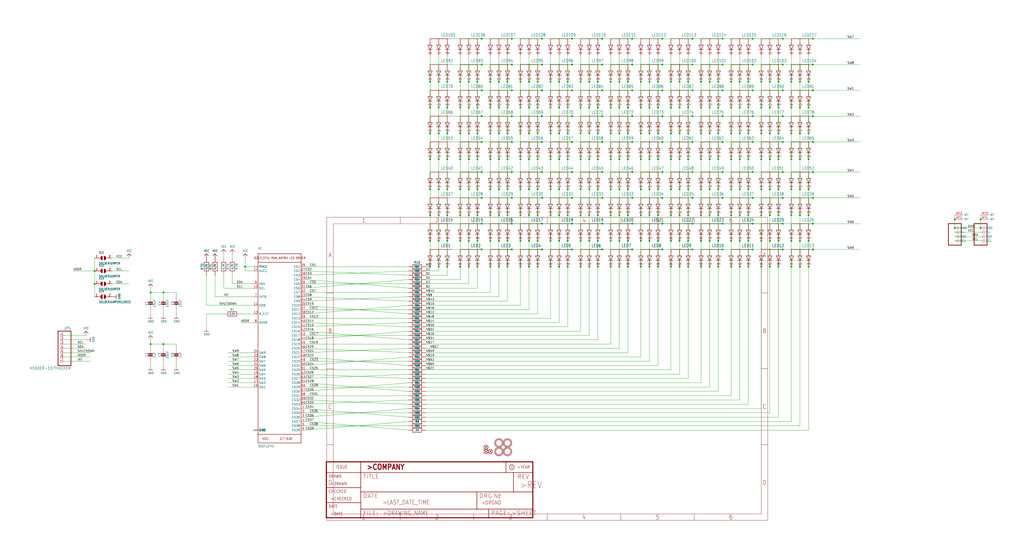
<source format=kicad_sch>
(kicad_sch (version 20211123) (generator eeschema)
  (paper "User" 604.749 327.203)
  (junction (at 276.86 157.48))
  (junction (at 317.5 63.5))
  (junction (at 284.48 116.84))
  (junction (at 424.18 157.48))
  (junction (at 383.54 157.48))
  (junction (at 388.62 48.26))
  (junction (at 414.02 78.74))
  (junction (at 264.16 142.24))
  (junction (at 312.42 142.24))
  (junction (at 431.8 48.26))
  (junction (at 441.96 157.48))
  (junction (at 467.36 63.5))
  (junction (at 337.82 116.84))
  (junction (at 480.06 53.34))
  (junction (at 281.94 93.98))
  (junction (at 436.88 142.24))
  (junction (at 284.48 38.1))
  (junction (at 462.28 101.6))
  (junction (at 406.4 93.98))
  (junction (at 419.1 157.48))
  (junction (at 472.44 93.98))
  (junction (at 342.9 93.98))
  (junction (at 431.8 93.98))
  (junction (at 347.98 63.5))
  (junction (at 342.9 127))
  (junction (at 462.28 68.58))
  (junction (at 320.04 101.6))
  (junction (at 355.6 68.58))
  (junction (at 480.06 147.32))
  (junction (at 320.04 38.1))
  (junction (at 414.02 63.5))
  (junction (at 431.8 63.5))
  (junction (at 337.82 83.82))
  (junction (at 459.74 111.76))
  (junction (at 424.18 48.26))
  (junction (at 342.9 142.24))
  (junction (at 454.66 93.98))
  (junction (at 317.5 157.48))
  (junction (at 383.54 78.74))
  (junction (at 335.28 78.74))
  (junction (at 462.28 147.32))
  (junction (at 347.98 78.74))
  (junction (at 378.46 63.5))
  (junction (at 365.76 127))
  (junction (at 467.36 111.76))
  (junction (at 373.38 132.08))
  (junction (at 449.58 142.24))
  (junction (at 335.28 111.76))
  (junction (at 281.94 111.76))
  (junction (at 436.88 157.48))
  (junction (at 355.6 101.6))
  (junction (at 391.16 101.6))
  (junction (at 259.08 63.5))
  (junction (at 480.06 101.6))
  (junction (at 335.28 93.98))
  (junction (at 320.04 132.08))
  (junction (at 337.82 53.34))
  (junction (at 444.5 53.34))
  (junction (at 271.78 111.76))
  (junction (at 406.4 63.5))
  (junction (at 365.76 63.5))
  (junction (at 408.94 116.84))
  (junction (at 276.86 142.24))
  (junction (at 360.68 63.5))
  (junction (at 459.74 63.5))
  (junction (at 472.44 63.5))
  (junction (at 370.84 157.48))
  (junction (at 289.56 78.74))
  (junction (at 462.28 132.08))
  (junction (at 299.72 157.48))
  (junction (at 294.64 111.76))
  (junction (at 307.34 157.48))
  (junction (at 406.4 78.74))
  (junction (at 330.2 93.98))
  (junction (at 289.56 157.48))
  (junction (at 299.72 63.5))
  (junction (at 383.54 127))
  (junction (at 459.74 127))
  (junction (at 355.6 53.34))
  (junction (at 347.98 48.26))
  (junction (at 378.46 93.98))
  (junction (at 383.54 63.5))
  (junction (at 317.5 93.98))
  (junction (at 294.64 157.48))
  (junction (at 284.48 68.58))
  (junction (at 284.48 101.6))
  (junction (at 378.46 111.76))
  (junction (at 467.36 142.24))
  (junction (at 419.1 127))
  (junction (at 370.84 63.5))
  (junction (at 449.58 93.98))
  (junction (at 271.78 63.5))
  (junction (at 325.12 157.48))
  (junction (at 431.8 157.48))
  (junction (at 472.44 78.74))
  (junction (at 342.9 63.5))
  (junction (at 408.94 68.58))
  (junction (at 330.2 142.24))
  (junction (at 355.6 22.86))
  (junction (at 360.68 157.48))
  (junction (at 431.8 142.24))
  (junction (at 449.58 63.5))
  (junction (at 254 93.98))
  (junction (at 370.84 78.74))
  (junction (at 302.26 101.6))
  (junction (at 325.12 78.74))
  (junction (at 264.16 93.98))
  (junction (at 396.24 78.74))
  (junction (at 472.44 142.24))
  (junction (at 419.1 78.74))
  (junction (at 406.4 48.26))
  (junction (at 307.34 127))
  (junction (at 383.54 111.76))
  (junction (at 388.62 157.48))
  (junction (at 96.52 203.2))
  (junction (at 391.16 116.84))
  (junction (at 391.16 147.32))
  (junction (at 302.26 53.34))
  (junction (at 294.64 48.26))
  (junction (at 330.2 48.26))
  (junction (at 259.08 142.24))
  (junction (at 472.44 48.26))
  (junction (at 480.06 68.58))
  (junction (at 312.42 93.98))
  (junction (at 462.28 53.34))
  (junction (at 477.52 48.26))
  (junction (at 441.96 48.26))
  (junction (at 408.94 38.1))
  (junction (at 365.76 78.74))
  (junction (at 353.06 111.76))
  (junction (at 294.64 78.74))
  (junction (at 459.74 93.98))
  (junction (at 299.72 142.24))
  (junction (at 307.34 78.74))
  (junction (at 396.24 142.24))
  (junction (at 444.5 116.84))
  (junction (at 370.84 127))
  (junction (at 378.46 127))
  (junction (at 454.66 48.26))
  (junction (at 449.58 111.76))
  (junction (at 378.46 142.24))
  (junction (at 373.38 53.34))
  (junction (at 342.9 111.76))
  (junction (at 383.54 48.26))
  (junction (at 276.86 78.74))
  (junction (at 264.16 63.5))
  (junction (at 373.38 116.84))
  (junction (at 579.12 129.54))
  (junction (at 289.56 63.5))
  (junction (at 264.16 78.74))
  (junction (at 477.52 93.98))
  (junction (at 454.66 63.5))
  (junction (at 401.32 157.48))
  (junction (at 144.78 157.48))
  (junction (at 271.78 157.48))
  (junction (at 320.04 116.84))
  (junction (at 467.36 48.26))
  (junction (at 459.74 157.48))
  (junction (at 408.94 83.82))
  (junction (at 284.48 22.86))
  (junction (at 347.98 127))
  (junction (at 424.18 93.98))
  (junction (at 391.16 53.34))
  (junction (at 480.06 116.84))
  (junction (at 444.5 22.86))
  (junction (at 373.38 22.86))
  (junction (at 355.6 132.08))
  (junction (at 426.72 101.6))
  (junction (at 459.74 78.74))
  (junction (at 312.42 127))
  (junction (at 472.44 157.48))
  (junction (at 302.26 147.32))
  (junction (at 454.66 142.24))
  (junction (at 378.46 157.48))
  (junction (at 373.38 101.6))
  (junction (at 337.82 101.6))
  (junction (at 480.06 132.08))
  (junction (at 271.78 142.24))
  (junction (at 401.32 93.98))
  (junction (at 472.44 127))
  (junction (at 391.16 38.1))
  (junction (at 294.64 63.5))
  (junction (at 406.4 111.76))
  (junction (at 325.12 111.76))
  (junction (at 408.94 53.34))
  (junction (at 55.88 167.64))
  (junction (at 419.1 48.26))
  (junction (at 396.24 63.5))
  (junction (at 312.42 111.76))
  (junction (at 477.52 157.48))
  (junction (at 302.26 132.08))
  (junction (at 444.5 68.58))
  (junction (at 444.5 147.32))
  (junction (at 289.56 111.76))
  (junction (at 335.28 48.26))
  (junction (at 264.16 48.26))
  (junction (at 335.28 63.5))
  (junction (at 276.86 48.26))
  (junction (at 337.82 132.08))
  (junction (at 259.08 78.74))
  (junction (at 424.18 142.24))
  (junction (at 383.54 142.24))
  (junction (at 454.66 157.48))
  (junction (at 355.6 83.82))
  (junction (at 436.88 78.74))
  (junction (at 302.26 22.86))
  (junction (at 355.6 116.84))
  (junction (at 391.16 83.82))
  (junction (at 431.8 78.74))
  (junction (at 454.66 111.76))
  (junction (at 426.72 116.84))
  (junction (at 299.72 93.98))
  (junction (at 307.34 48.26))
  (junction (at 299.72 127))
  (junction (at 406.4 142.24))
  (junction (at 302.26 68.58))
  (junction (at 449.58 127))
  (junction (at 347.98 93.98))
  (junction (at 441.96 93.98))
  (junction (at 360.68 93.98))
  (junction (at 467.36 127))
  (junction (at 302.26 116.84))
  (junction (at 353.06 48.26))
  (junction (at 391.16 132.08))
  (junction (at 284.48 147.32))
  (junction (at 360.68 142.24))
  (junction (at 396.24 93.98))
  (junction (at 401.32 142.24))
  (junction (at 419.1 63.5))
  (junction (at 408.94 132.08))
  (junction (at 360.68 48.26))
  (junction (at 307.34 142.24))
  (junction (at 459.74 48.26))
  (junction (at 477.52 78.74))
  (junction (at 401.32 127))
  (junction (at 563.88 134.62))
  (junction (at 281.94 48.26))
  (junction (at 330.2 157.48))
  (junction (at 254 48.26))
  (junction (at 477.52 63.5))
  (junction (at 426.72 38.1))
  (junction (at 472.44 111.76))
  (junction (at 55.88 160.02))
  (junction (at 426.72 83.82))
  (junction (at 254 111.76))
  (junction (at 365.76 111.76))
  (junction (at 426.72 147.32))
  (junction (at 325.12 127))
  (junction (at 342.9 157.48))
  (junction (at 259.08 157.48))
  (junction (at 294.64 127))
  (junction (at 337.82 38.1))
  (junction (at 271.78 127))
  (junction (at 436.88 111.76))
  (junction (at 431.8 127))
  (junction (at 449.58 78.74))
  (junction (at 454.66 78.74))
  (junction (at 426.72 132.08))
  (junction (at 441.96 78.74))
  (junction (at 353.06 157.48))
  (junction (at 383.54 93.98))
  (junction (at 365.76 142.24))
  (junction (at 408.94 22.86))
  (junction (at 441.96 142.24))
  (junction (at 342.9 78.74))
  (junction (at 317.5 142.24))
  (junction (at 281.94 127))
  (junction (at 337.82 68.58))
  (junction (at 441.96 63.5))
  (junction (at 414.02 111.76))
  (junction (at 299.72 48.26))
  (junction (at 284.48 53.34))
  (junction (at 426.72 22.86))
  (junction (at 419.1 142.24))
  (junction (at 312.42 78.74))
  (junction (at 462.28 38.1))
  (junction (at 441.96 111.76))
  (junction (at 307.34 93.98))
  (junction (at 289.56 142.24))
  (junction (at 449.58 157.48))
  (junction (at 271.78 93.98))
  (junction (at 480.06 22.86))
  (junction (at 477.52 127))
  (junction (at 360.68 127))
  (junction (at 254 127))
  (junction (at 259.08 111.76))
  (junction (at 281.94 142.24))
  (junction (at 424.18 111.76))
  (junction (at 378.46 48.26))
  (junction (at 444.5 83.82))
  (junction (at 388.62 63.5))
  (junction (at 467.36 157.48))
  (junction (at 335.28 157.48))
  (junction (at 414.02 48.26))
  (junction (at 325.12 93.98))
  (junction (at 276.86 127))
  (junction (at 353.06 142.24))
  (junction (at 289.56 48.26))
  (junction (at 365.76 93.98))
  (junction (at 284.48 83.82))
  (junction (at 259.08 127))
  (junction (at 378.46 78.74))
  (junction (at 259.08 93.98))
  (junction (at 408.94 147.32))
  (junction (at 312.42 63.5))
  (junction (at 307.34 63.5))
  (junction (at 289.56 93.98))
  (junction (at 264.16 111.76))
  (junction (at 337.82 147.32))
  (junction (at 373.38 83.82))
  (junction (at 370.84 111.76))
  (junction (at 436.88 63.5))
  (junction (at 424.18 63.5))
  (junction (at 320.04 68.58))
  (junction (at 254 63.5))
  (junction (at 396.24 127))
  (junction (at 454.66 127))
  (junction (at 414.02 157.48))
  (junction (at 396.24 157.48))
  (junction (at 276.86 111.76))
  (junction (at 325.12 48.26))
  (junction (at 353.06 93.98))
  (junction (at 424.18 78.74))
  (junction (at 406.4 127))
  (junction (at 401.32 111.76))
  (junction (at 294.64 142.24))
  (junction (at 462.28 22.86))
  (junction (at 365.76 157.48))
  (junction (at 444.5 132.08))
  (junction (at 353.06 78.74))
  (junction (at 276.86 63.5))
  (junction (at 254 157.48))
  (junction (at 330.2 78.74))
  (junction (at 419.1 111.76))
  (junction (at 259.08 48.26))
  (junction (at 330.2 111.76))
  (junction (at 337.82 22.86))
  (junction (at 365.76 48.26))
  (junction (at 312.42 48.26))
  (junction (at 462.28 116.84))
  (junction (at 370.84 93.98))
  (junction (at 431.8 111.76))
  (junction (at 353.06 127))
  (junction (at 281.94 63.5))
  (junction (at 370.84 48.26))
  (junction (at 480.06 83.82))
  (junction (at 320.04 22.86))
  (junction (at 330.2 63.5))
  (junction (at 563.88 129.54))
  (junction (at 360.68 111.76))
  (junction (at 325.12 142.24))
  (junction (at 299.72 78.74))
  (junction (at 299.72 111.76))
  (junction (at 325.12 63.5))
  (junction (at 320.04 53.34))
  (junction (at 391.16 22.86))
  (junction (at 294.64 93.98))
  (junction (at 426.72 53.34))
  (junction (at 88.9 203.2))
  (junction (at 271.78 48.26))
  (junction (at 388.62 142.24))
  (junction (at 317.5 78.74))
  (junction (at 312.42 157.48))
  (junction (at 370.84 142.24))
  (junction (at 459.74 142.24))
  (junction (at 264.16 127))
  (junction (at 281.94 78.74))
  (junction (at 436.88 48.26))
  (junction (at 414.02 142.24))
  (junction (at 414.02 93.98))
  (junction (at 424.18 127))
  (junction (at 355.6 147.32))
  (junction (at 302.26 83.82))
  (junction (at 467.36 78.74))
  (junction (at 335.28 142.24))
  (junction (at 408.94 101.6))
  (junction (at 254 142.24))
  (junction (at 320.04 147.32))
  (junction (at 436.88 127))
  (junction (at 401.32 78.74))
  (junction (at 289.56 127))
  (junction (at 355.6 38.1))
  (junction (at 284.48 132.08))
  (junction (at 254 78.74))
  (junction (at 276.86 93.98))
  (junction (at 396.24 48.26))
  (junction (at 353.06 63.5))
  (junction (at 444.5 38.1))
  (junction (at 441.96 127))
  (junction (at 419.1 93.98))
  (junction (at 480.06 38.1))
  (junction (at 264.16 157.48))
  (junction (at 414.02 127))
  (junction (at 373.38 147.32))
  (junction (at 317.5 48.26))
  (junction (at 388.62 78.74))
  (junction (at 88.9 172.72))
  (junction (at 401.32 48.26))
  (junction (at 467.36 93.98))
  (junction (at 330.2 127))
  (junction (at 401.32 63.5))
  (junction (at 347.98 157.48))
  (junction (at 302.26 38.1))
  (junction (at 388.62 127))
  (junction (at 406.4 157.48))
  (junction (at 373.38 68.58))
  (junction (at 477.52 142.24))
  (junction (at 388.62 111.76))
  (junction (at 307.34 111.76))
  (junction (at 396.24 111.76))
  (junction (at 347.98 111.76))
  (junction (at 579.12 134.62))
  (junction (at 317.5 111.76))
  (junction (at 436.88 93.98))
  (junction (at 462.28 83.82))
  (junction (at 388.62 93.98))
  (junction (at 335.28 127))
  (junction (at 373.38 38.1))
  (junction (at 444.5 101.6))
  (junction (at 426.72 68.58))
  (junction (at 391.16 68.58))
  (junction (at 347.98 142.24))
  (junction (at 449.58 48.26))
  (junction (at 477.52 111.76))
  (junction (at 342.9 48.26))
  (junction (at 317.5 127))
  (junction (at 360.68 78.74))
  (junction (at 96.52 172.72))
  (junction (at 281.94 157.48))
  (junction (at 320.04 83.82))
  (junction (at 271.78 78.74))
  (wire (pts (xy 149.86 223.52) (xy 134.62 223.52)))
  (wire (pts (xy 373.38 68.58) (xy 391.16 68.58)))
  (wire (pts (xy 462.28 68.58) (xy 480.06 68.58)))
  (wire (pts (xy 335.28 93.98) (xy 335.28 111.76)))
  (wire (pts (xy 307.34 93.98) (xy 307.34 78.74)))
  (wire (pts (xy 294.64 78.74) (xy 294.64 93.98)))
  (wire (pts (xy 317.5 48.26) (xy 317.5 63.5)))
  (wire (pts (xy 579.12 139.7) (xy 563.88 139.7)))
  (wire (pts (xy 180.34 175.26) (xy 241.3 177.8)))
  (wire (pts (xy 330.2 127) (xy 330.2 142.24)))
  (wire (pts (xy 312.42 182.88) (xy 312.42 157.48)))
  (wire (pts (xy 459.74 78.74) (xy 459.74 93.98)))
  (wire (pts (xy 317.5 111.76) (xy 317.5 127)))
  (wire (pts (xy 563.88 134.62) (xy 579.12 134.62)))
  (wire (pts (xy 104.14 182.88) (xy 104.14 185.42)))
  (wire (pts (xy 149.86 210.82) (xy 134.62 210.82)))
  (wire (pts (xy 360.68 111.76) (xy 360.68 93.98)))
  (wire (pts (xy 251.46 177.8) (xy 299.72 177.8)))
  (wire (pts (xy 347.98 157.48) (xy 347.98 142.24)))
  (wire (pts (xy 424.18 127) (xy 424.18 142.24)))
  (wire (pts (xy 355.6 22.86) (xy 373.38 22.86)))
  (wire (pts (xy 241.3 165.1) (xy 180.34 170.18)))
  (wire (pts (xy 254 48.26) (xy 254 33.02)))
  (wire (pts (xy 480.06 68.58) (xy 508 68.58)))
  (wire (pts (xy 88.9 203.2) (xy 88.9 205.74)))
  (wire (pts (xy 251.46 233.68) (xy 431.8 233.68)))
  (wire (pts (xy 307.34 111.76) (xy 307.34 93.98)))
  (wire (pts (xy 373.38 38.1) (xy 391.16 38.1)))
  (wire (pts (xy 88.9 172.72) (xy 96.52 172.72)))
  (wire (pts (xy 467.36 111.76) (xy 467.36 93.98)))
  (wire (pts (xy 347.98 63.5) (xy 347.98 48.26)))
  (wire (pts (xy 426.72 53.34) (xy 444.5 53.34)))
  (wire (pts (xy 459.74 246.38) (xy 459.74 157.48)))
  (wire (pts (xy 406.4 142.24) (xy 406.4 157.48)))
  (wire (pts (xy 459.74 142.24) (xy 459.74 157.48)))
  (wire (pts (xy 391.16 147.32) (xy 408.94 147.32)))
  (wire (pts (xy 419.1 111.76) (xy 419.1 93.98)))
  (wire (pts (xy 419.1 157.48) (xy 419.1 142.24)))
  (wire (pts (xy 370.84 127) (xy 370.84 142.24)))
  (wire (pts (xy 302.26 68.58) (xy 320.04 68.58)))
  (wire (pts (xy 307.34 78.74) (xy 307.34 63.5)))
  (wire (pts (xy 472.44 142.24) (xy 472.44 127)))
  (wire (pts (xy 462.28 83.82) (xy 480.06 83.82)))
  (wire (pts (xy 378.46 127) (xy 378.46 111.76)))
  (wire (pts (xy 38.1 200.66) (xy 50.8 200.66)))
  (wire (pts (xy 325.12 63.5) (xy 325.12 48.26)))
  (wire (pts (xy 373.38 83.82) (xy 391.16 83.82)))
  (wire (pts (xy 251.46 167.64) (xy 276.86 167.64)))
  (wire (pts (xy 180.34 213.36) (xy 241.3 213.36)))
  (wire (pts (xy 241.3 248.92) (xy 180.34 254)))
  (wire (pts (xy 449.58 127) (xy 449.58 142.24)))
  (wire (pts (xy 55.88 160.02) (xy 43.18 160.02)))
  (wire (pts (xy 149.86 185.42) (xy 142.24 185.42)))
  (wire (pts (xy 370.84 48.26) (xy 370.84 63.5)))
  (wire (pts (xy 320.04 132.08) (xy 337.82 132.08)))
  (wire (pts (xy 480.06 83.82) (xy 508 83.82)))
  (wire (pts (xy 396.24 111.76) (xy 396.24 93.98)))
  (wire (pts (xy 259.08 63.5) (xy 259.08 78.74)))
  (wire (pts (xy 251.46 182.88) (xy 312.42 182.88)))
  (wire (pts (xy 271.78 78.74) (xy 271.78 93.98)))
  (wire (pts (xy 436.88 236.22) (xy 436.88 157.48)))
  (wire (pts (xy 104.14 172.72) (xy 104.14 175.26)))
  (wire (pts (xy 134.62 220.98) (xy 149.86 220.98)))
  (wire (pts (xy 180.34 243.84) (xy 241.3 243.84)))
  (wire (pts (xy 104.14 203.2) (xy 104.14 205.74)))
  (wire (pts (xy 355.6 116.84) (xy 373.38 116.84)))
  (wire (pts (xy 149.86 213.36) (xy 134.62 213.36)))
  (wire (pts (xy 388.62 157.48) (xy 388.62 142.24)))
  (wire (pts (xy 251.46 220.98) (xy 401.32 220.98)))
  (wire (pts (xy 342.9 48.26) (xy 342.9 63.5)))
  (wire (pts (xy 454.66 243.84) (xy 454.66 157.48)))
  (wire (pts (xy 462.28 22.86) (xy 480.06 22.86)))
  (wire (pts (xy 337.82 22.86) (xy 355.6 22.86)))
  (wire (pts (xy 370.84 208.28) (xy 370.84 157.48)))
  (wire (pts (xy 462.28 101.6) (xy 480.06 101.6)))
  (wire (pts (xy 266.7 132.08) (xy 284.48 132.08)))
  (wire (pts (xy 414.02 127) (xy 414.02 142.24)))
  (wire (pts (xy 289.56 63.5) (xy 289.56 48.26)))
  (wire (pts (xy 325.12 157.48) (xy 325.12 142.24)))
  (wire (pts (xy 365.76 48.26) (xy 365.76 63.5)))
  (wire (pts (xy 424.18 33.02) (xy 424.18 48.26)))
  (wire (pts (xy 477.52 111.76) (xy 477.52 93.98)))
  (wire (pts (xy 462.28 116.84) (xy 480.06 116.84)))
  (wire (pts (xy 254 142.24) (xy 254 127)))
  (wire (pts (xy 254 78.74) (xy 254 63.5)))
  (wire (pts (xy 414.02 63.5) (xy 414.02 78.74)))
  (wire (pts (xy 259.08 48.26) (xy 259.08 63.5)))
  (wire (pts (xy 259.08 93.98) (xy 259.08 111.76)))
  (wire (pts (xy 342.9 127) (xy 342.9 142.24)))
  (wire (pts (xy 312.42 142.24) (xy 312.42 157.48)))
  (wire (pts (xy 180.34 248.92) (xy 241.3 254)))
  (wire (pts (xy 391.16 53.34) (xy 408.94 53.34)))
  (wire (pts (xy 419.1 78.74) (xy 419.1 63.5)))
  (wire (pts (xy 391.16 101.6) (xy 408.94 101.6)))
  (wire (pts (xy 441.96 48.26) (xy 441.96 33.02)))
  (wire (pts (xy 251.46 198.12) (xy 347.98 198.12)))
  (wire (pts (xy 251.46 157.48) (xy 254 157.48)))
  (wire (pts (xy 335.28 193.04) (xy 335.28 157.48)))
  (wire (pts (xy 281.94 142.24) (xy 281.94 157.48)))
  (wire (pts (xy 454.66 63.5) (xy 454.66 48.26)))
  (wire (pts (xy 251.46 200.66) (xy 353.06 200.66)))
  (wire (pts (xy 96.52 172.72) (xy 96.52 175.26)))
  (wire (pts (xy 391.16 68.58) (xy 408.94 68.58)))
  (wire (pts (xy 383.54 93.98) (xy 383.54 78.74)))
  (wire (pts (xy 480.06 53.34) (xy 508 53.34)))
  (wire (pts (xy 88.9 172.72) (xy 88.9 175.26)))
  (wire (pts (xy 426.72 101.6) (xy 444.5 101.6)))
  (wire (pts (xy 431.8 157.48) (xy 431.8 142.24)))
  (wire (pts (xy 127 175.26) (xy 127 162.56)))
  (wire (pts (xy 441.96 93.98) (xy 441.96 78.74)))
  (wire (pts (xy 426.72 83.82) (xy 444.5 83.82)))
  (wire (pts (xy 401.32 157.48) (xy 401.32 142.24)))
  (wire (pts (xy 408.94 53.34) (xy 426.72 53.34)))
  (wire (pts (xy 96.52 182.88) (xy 96.52 185.42)))
  (wire (pts (xy 271.78 165.1) (xy 271.78 157.48)))
  (wire (pts (xy 284.48 68.58) (xy 302.26 68.58)))
  (wire (pts (xy 462.28 38.1) (xy 480.06 38.1)))
  (wire (pts (xy 388.62 93.98) (xy 388.62 111.76)))
  (wire (pts (xy 264.16 162.56) (xy 264.16 157.48)))
  (wire (pts (xy 365.76 78.74) (xy 365.76 93.98)))
  (wire (pts (xy 251.46 210.82) (xy 378.46 210.82)))
  (wire (pts (xy 449.58 48.26) (xy 449.58 63.5)))
  (wire (pts (xy 424.18 111.76) (xy 424.18 127)))
  (wire (pts (xy 378.46 111.76) (xy 378.46 93.98)))
  (wire (pts (xy 383.54 48.26) (xy 383.54 33.02)))
  (wire (pts (xy 335.28 142.24) (xy 335.28 157.48)))
  (wire (pts (xy 299.72 157.48) (xy 299.72 142.24)))
  (wire (pts (xy 281.94 127) (xy 281.94 142.24)))
  (wire (pts (xy 449.58 78.74) (xy 449.58 93.98)))
  (wire (pts (xy 38.1 213.36) (xy 53.34 213.36)))
  (wire (pts (xy 241.3 187.96) (xy 180.34 187.96)))
  (wire (pts (xy 325.12 187.96) (xy 325.12 157.48)))
  (wire (pts (xy 406.4 78.74) (xy 406.4 93.98)))
  (wire (pts (xy 472.44 48.26) (xy 472.44 33.02)))
  (wire (pts (xy 419.1 127) (xy 419.1 111.76)))
  (wire (pts (xy 251.46 241.3) (xy 449.58 241.3)))
  (wire (pts (xy 276.86 78.74) (xy 276.86 63.5)))
  (wire (pts (xy 419.1 228.6) (xy 419.1 157.48)))
  (wire (pts (xy 96.52 203.2) (xy 104.14 203.2)))
  (wire (pts (xy 96.52 213.36) (xy 96.52 215.9)))
  (wire (pts (xy 320.04 53.34) (xy 337.82 53.34)))
  (wire (pts (xy 353.06 78.74) (xy 353.06 93.98)))
  (wire (pts (xy 276.86 63.5) (xy 276.86 48.26)))
  (wire (pts (xy 325.12 142.24) (xy 325.12 127)))
  (wire (pts (xy 477.52 33.02) (xy 477.52 48.26)))
  (wire (pts (xy 251.46 218.44) (xy 396.24 218.44)))
  (wire (pts (xy 241.3 210.82) (xy 180.34 215.9)))
  (wire (pts (xy 251.46 248.92) (xy 467.36 248.92)))
  (wire (pts (xy 467.36 63.5) (xy 467.36 78.74)))
  (wire (pts (xy 325.12 78.74) (xy 325.12 63.5)))
  (wire (pts (xy 330.2 190.5) (xy 330.2 157.48)))
  (wire (pts (xy 441.96 111.76) (xy 441.96 93.98)))
  (wire (pts (xy 330.2 142.24) (xy 330.2 157.48)))
  (wire (pts (xy 330.2 63.5) (xy 330.2 78.74)))
  (wire (pts (xy 462.28 132.08) (xy 480.06 132.08)))
  (wire (pts (xy 299.72 142.24) (xy 299.72 127)))
  (wire (pts (xy 317.5 33.02) (xy 317.5 48.26)))
  (wire (pts (xy 424.18 231.14) (xy 424.18 157.48)))
  (wire (pts (xy 467.36 248.92) (xy 467.36 157.48)))
  (wire (pts (xy 426.72 116.84) (xy 444.5 116.84)))
  (wire (pts (xy 477.52 111.76) (xy 477.52 127)))
  (wire (pts (xy 436.88 33.02) (xy 436.88 48.26)))
  (wire (pts (xy 320.04 101.6) (xy 337.82 101.6)))
  (wire (pts (xy 342.9 33.02) (xy 342.9 48.26)))
  (wire (pts (xy 241.3 205.74) (xy 180.34 208.28)))
  (wire (pts (xy 299.72 93.98) (xy 299.72 78.74)))
  (wire (pts (xy 251.46 160.02) (xy 259.08 160.02)))
  (wire (pts (xy 355.6 53.34) (xy 373.38 53.34)))
  (wire (pts (xy 289.56 78.74) (xy 289.56 63.5)))
  (wire (pts (xy 325.12 93.98) (xy 325.12 111.76)))
  (wire (pts (xy 480.06 101.6) (xy 508 101.6)))
  (wire (pts (xy 365.76 111.76) (xy 365.76 127)))
  (wire (pts (xy 462.28 147.32) (xy 480.06 147.32)))
  (wire (pts (xy 320.04 22.86) (xy 337.82 22.86)))
  (wire (pts (xy 284.48 147.32) (xy 302.26 147.32)))
  (wire (pts (xy 96.52 203.2) (xy 96.52 205.74)))
  (wire (pts (xy 449.58 63.5) (xy 449.58 78.74)))
  (wire (pts (xy 251.46 215.9) (xy 388.62 215.9)))
  (wire (pts (xy 353.06 200.66) (xy 353.06 157.48)))
  (wire (pts (xy 307.34 142.24) (xy 307.34 127)))
  (wire (pts (xy 55.88 160.02) (xy 55.88 167.64)))
  (wire (pts (xy 284.48 22.86) (xy 302.26 22.86)))
  (wire (pts (xy 373.38 132.08) (xy 391.16 132.08)))
  (wire (pts (xy 431.8 127) (xy 431.8 111.76)))
  (wire (pts (xy 241.3 200.66) (xy 180.34 195.58)))
  (wire (pts (xy 342.9 78.74) (xy 342.9 93.98)))
  (wire (pts (xy 149.86 170.18) (xy 132.08 170.18)))
  (wire (pts (xy 66.04 152.4) (xy 76.2 152.4)))
  (wire (pts (xy 436.88 142.24) (xy 436.88 157.48)))
  (wire (pts (xy 408.94 132.08) (xy 426.72 132.08)))
  (wire (pts (xy 388.62 127) (xy 388.62 111.76)))
  (wire (pts (xy 472.44 93.98) (xy 472.44 111.76)))
  (wire (pts (xy 353.06 33.02) (xy 353.06 48.26)))
  (wire (pts (xy 373.38 116.84) (xy 391.16 116.84)))
  (wire (pts (xy 66.04 160.02) (xy 76.2 160.02)))
  (wire (pts (xy 477.52 63.5) (xy 477.52 78.74)))
  (wire (pts (xy 251.46 226.06) (xy 414.02 226.06)))
  (wire (pts (xy 302.26 116.84) (xy 320.04 116.84)))
  (wire (pts (xy 424.18 63.5) (xy 424.18 78.74)))
  (wire (pts (xy 378.46 78.74) (xy 378.46 63.5)))
  (wire (pts (xy 281.94 111.76) (xy 281.94 127)))
  (wire (pts (xy 419.1 48.26) (xy 419.1 33.02)))
  (wire (pts (xy 396.24 48.26) (xy 396.24 63.5)))
  (wire (pts (xy 342.9 93.98) (xy 342.9 111.76)))
  (wire (pts (xy 383.54 78.74) (xy 383.54 63.5)))
  (wire (pts (xy 396.24 218.44) (xy 396.24 157.48)))
  (wire (pts (xy 312.42 48.26) (xy 312.42 63.5)))
  (wire (pts (xy 337.82 132.08) (xy 355.6 132.08)))
  (wire (pts (xy 276.86 127) (xy 276.86 111.76)))
  (wire (pts (xy 408.94 116.84) (xy 426.72 116.84)))
  (wire (pts (xy 378.46 210.82) (xy 378.46 157.48)))
  (wire (pts (xy 431.8 48.26) (xy 431.8 33.02)))
  (wire (pts (xy 383.54 63.5) (xy 383.54 48.26)))
  (wire (pts (xy 426.72 68.58) (xy 444.5 68.58)))
  (wire (pts (xy 360.68 142.24) (xy 360.68 127)))
  (wire (pts (xy 444.5 116.84) (xy 462.28 116.84)))
  (wire (pts (xy 251.46 175.26) (xy 294.64 175.26)))
  (wire (pts (xy 347.98 198.12) (xy 347.98 157.48)))
  (wire (pts (xy 480.06 147.32) (xy 508 147.32)))
  (wire (pts (xy 383.54 127) (xy 383.54 111.76)))
  (wire (pts (xy 347.98 48.26) (xy 347.98 33.02)))
  (wire (pts (xy 563.88 129.54) (xy 563.88 134.62)))
  (wire (pts (xy 320.04 147.32) (xy 337.82 147.32)))
  (wire (pts (xy 251.46 236.22) (xy 436.88 236.22)))
  (wire (pts (xy 266.7 68.58) (xy 284.48 68.58)))
  (wire (pts (xy 320.04 83.82) (xy 337.82 83.82)))
  (wire (pts (xy 320.04 68.58) (xy 337.82 68.58)))
  (wire (pts (xy 444.5 101.6) (xy 462.28 101.6)))
  (wire (pts (xy 370.84 142.24) (xy 370.84 157.48)))
  (wire (pts (xy 347.98 111.76) (xy 347.98 93.98)))
  (wire (pts (xy 406.4 63.5) (xy 406.4 78.74)))
  (wire (pts (xy 401.32 48.26) (xy 401.32 33.02)))
  (wire (pts (xy 406.4 111.76) (xy 406.4 93.98)))
  (wire (pts (xy 259.08 160.02) (xy 259.08 157.48)))
  (wire (pts (xy 360.68 203.2) (xy 360.68 157.48)))
  (wire (pts (xy 121.92 185.42) (xy 121.92 193.04)))
  (wire (pts (xy 424.18 48.26) (xy 424.18 63.5)))
  (wire (pts (xy 312.42 93.98) (xy 312.42 111.76)))
  (wire (pts (xy 180.34 220.98) (xy 241.3 223.52)))
  (wire (pts (xy 88.9 170.18) (xy 88.9 172.72)))
  (wire (pts (xy 436.88 63.5) (xy 436.88 78.74)))
  (wire (pts (xy 424.18 93.98) (xy 424.18 111.76)))
  (wire (pts (xy 431.8 93.98) (xy 431.8 78.74)))
  (wire (pts (xy 396.24 33.02) (xy 396.24 48.26)))
  (wire (pts (xy 477.52 127) (xy 477.52 142.24)))
  (wire (pts (xy 355.6 132.08) (xy 373.38 132.08)))
  (wire (pts (xy 251.46 193.04) (xy 335.28 193.04)))
  (wire (pts (xy 144.78 160.02) (xy 144.78 157.48)))
  (wire (pts (xy 38.1 205.74) (xy 50.8 205.74)))
  (wire (pts (xy 360.68 78.74) (xy 360.68 63.5)))
  (wire (pts (xy 251.46 228.6) (xy 419.1 228.6)))
  (wire (pts (xy 480.06 22.86) (xy 508 22.86)))
  (wire (pts (xy 408.94 83.82) (xy 426.72 83.82)))
  (wire (pts (xy 436.88 111.76) (xy 436.88 127)))
  (wire (pts (xy 426.72 147.32) (xy 444.5 147.32)))
  (wire (pts (xy 441.96 142.24) (xy 441.96 127)))
  (wire (pts (xy 467.36 111.76) (xy 467.36 127)))
  (wire (pts (xy 454.66 157.48) (xy 454.66 142.24)))
  (wire (pts (xy 132.08 185.42) (xy 121.92 185.42)))
  (wire (pts (xy 342.9 63.5) (xy 342.9 78.74)))
  (wire (pts (xy 251.46 238.76) (xy 441.96 238.76)))
  (wire (pts (xy 312.42 33.02) (xy 312.42 48.26)))
  (wire (pts (xy 449.58 241.3) (xy 449.58 157.48)))
  (wire (pts (xy 259.08 33.02) (xy 259.08 48.26)))
  (wire (pts (xy 436.88 127) (xy 436.88 142.24)))
  (wire (pts (xy 431.8 233.68) (xy 431.8 157.48)))
  (wire (pts (xy 271.78 63.5) (xy 271.78 78.74)))
  (wire (pts (xy 276.86 48.26) (xy 276.86 33.02)))
  (wire (pts (xy 276.86 93.98) (xy 276.86 111.76)))
  (wire (pts (xy 294.64 111.76) (xy 294.64 93.98)))
  (wire (pts (xy 472.44 78.74) (xy 472.44 63.5)))
  (wire (pts (xy 467.36 33.02) (xy 467.36 48.26)))
  (wire (pts (xy 251.46 213.36) (xy 383.54 213.36)))
  (wire (pts (xy 271.78 33.02) (xy 271.78 48.26)))
  (wire (pts (xy 241.3 195.58) (xy 180.34 200.66)))
  (wire (pts (xy 335.28 78.74) (xy 335.28 93.98)))
  (wire (pts (xy 259.08 78.74) (xy 259.08 93.98)))
  (wire (pts (xy 337.82 38.1) (xy 355.6 38.1)))
  (wire (pts (xy 281.94 48.26) (xy 281.94 63.5)))
  (wire (pts (xy 88.9 200.66) (xy 88.9 203.2)))
  (wire (pts (xy 472.44 127) (xy 472.44 111.76)))
  (wire (pts (xy 335.28 111.76) (xy 335.28 127)))
  (wire (pts (xy 406.4 127) (xy 406.4 142.24)))
  (wire (pts (xy 266.7 38.1) (xy 284.48 38.1)))
  (wire (pts (xy 276.86 167.64) (xy 276.86 157.48)))
  (wire (pts (xy 134.62 218.44) (xy 149.86 218.44)))
  (wire (pts (xy 259.08 127) (xy 259.08 142.24)))
  (wire (pts (xy 383.54 142.24) (xy 383.54 127)))
  (wire (pts (xy 302.26 132.08) (xy 320.04 132.08)))
  (wire (pts (xy 330.2 33.02) (xy 330.2 48.26)))
  (wire (pts (xy 360.68 63.5) (xy 360.68 48.26)))
  (wire (pts (xy 302.26 53.34) (xy 320.04 53.34)))
  (wire (pts (xy 271.78 93.98) (xy 271.78 111.76)))
  (wire (pts (xy 281.94 111.76) (xy 281.94 93.98)))
  (wire (pts (xy 241.3 198.12) (xy 180.34 198.12)))
  (wire (pts (xy 401.32 93.98) (xy 401.32 78.74)))
  (wire (pts (xy 383.54 93.98) (xy 383.54 111.76)))
  (wire (pts (xy 284.48 38.1) (xy 302.26 38.1)))
  (wire (pts (xy 284.48 101.6) (xy 302.26 101.6)))
  (wire (pts (xy 467.36 78.74) (xy 467.36 93.98)))
  (wire (pts (xy 254 127) (xy 254 111.76)))
  (wire (pts (xy 307.34 157.48) (xy 307.34 142.24)))
  (wire (pts (xy 414.02 48.26) (xy 414.02 63.5)))
  (wire (pts (xy 251.46 231.14) (xy 424.18 231.14)))
  (wire (pts (xy 320.04 38.1) (xy 337.82 38.1)))
  (wire (pts (xy 408.94 38.1) (xy 426.72 38.1)))
  (wire (pts (xy 401.32 142.24) (xy 401.32 127)))
  (wire (pts (xy 241.3 157.48) (xy 180.34 157.48)))
  (wire (pts (xy 408.94 68.58) (xy 426.72 68.58)))
  (wire (pts (xy 388.62 78.74) (xy 388.62 63.5)))
  (wire (pts (xy 294.64 175.26) (xy 294.64 157.48)))
  (wire (pts (xy 302.26 22.86) (xy 320.04 22.86)))
  (wire (pts (xy 259.08 111.76) (xy 259.08 127)))
  (wire (pts (xy 180.34 233.68) (xy 241.3 233.68)))
  (wire (pts (xy 444.5 83.82) (xy 462.28 83.82)))
  (wire (pts (xy 251.46 195.58) (xy 342.9 195.58)))
  (wire (pts (xy 271.78 142.24) (xy 271.78 157.48)))
  (wire (pts (xy 388.62 215.9) (xy 388.62 157.48)))
  (wire (pts (xy 284.48 83.82) (xy 302.26 83.82)))
  (wire (pts (xy 441.96 238.76) (xy 441.96 157.48)))
  (wire (pts (xy 284.48 116.84) (xy 302.26 116.84)))
  (wire (pts (xy 337.82 116.84) (xy 355.6 116.84)))
  (wire (pts (xy 320.04 116.84) (xy 337.82 116.84)))
  (wire (pts (xy 353.06 127) (xy 353.06 142.24)))
  (wire (pts (xy 180.34 182.88) (xy 241.3 182.88)))
  (wire (pts (xy 251.46 165.1) (xy 271.78 165.1)))
  (wire (pts (xy 251.46 223.52) (xy 406.4 223.52)))
  (wire (pts (xy 454.66 142.24) (xy 454.66 127)))
  (wire (pts (xy 251.46 170.18) (xy 281.94 170.18)))
  (wire (pts (xy 241.3 180.34) (xy 180.34 185.42)))
  (wire (pts (xy 370.84 33.02) (xy 370.84 48.26)))
  (wire (pts (xy 317.5 142.24) (xy 317.5 157.48)))
  (wire (pts (xy 449.58 33.02) (xy 449.58 48.26)))
  (wire (pts (xy 436.88 78.74) (xy 436.88 93.98)))
  (wire (pts (xy 477.52 48.26) (xy 477.52 63.5)))
  (wire (pts (xy 149.86 215.9) (xy 134.62 215.9)))
  (wire (pts (xy 337.82 68.58) (xy 355.6 68.58)))
  (wire (pts (xy 294.64 33.02) (xy 294.64 48.26)))
  (wire (pts (xy 424.18 78.74) (xy 424.18 93.98)))
  (wire (pts (xy 337.82 101.6) (xy 355.6 101.6)))
  (wire (pts (xy 419.1 63.5) (xy 419.1 48.26)))
  (wire (pts (xy 459.74 93.98) (xy 459.74 111.76)))
  (wire (pts (xy 251.46 208.28) (xy 370.84 208.28)))
  (wire (pts (xy 408.94 101.6) (xy 426.72 101.6)))
  (wire (pts (xy 436.88 48.26) (xy 436.88 63.5)))
  (wire (pts (xy 373.38 147.32) (xy 391.16 147.32)))
  (wire (pts (xy 480.06 132.08) (xy 508 132.08)))
  (wire (pts (xy 579.12 134.62) (xy 579.12 129.54)))
  (wire (pts (xy 441.96 78.74) (xy 441.96 63.5)))
  (wire (pts (xy 408.94 22.86) (xy 426.72 22.86)))
  (wire (pts (xy 579.12 129.54) (xy 579.12 127)))
  (wire (pts (xy 360.68 48.26) (xy 360.68 33.02)))
  (wire (pts (xy 335.28 127) (xy 335.28 142.24)))
  (wire (pts (xy 251.46 185.42) (xy 317.5 185.42)))
  (wire (pts (xy 370.84 63.5) (xy 370.84 78.74)))
  (wire (pts (xy 467.36 142.24) (xy 467.36 157.48)))
  (wire (pts (xy 254 157.48) (xy 254 142.24)))
  (wire (pts (xy 401.32 127) (xy 401.32 111.76)))
  (wire (pts (xy 251.46 246.38) (xy 459.74 246.38)))
  (wire (pts (xy 396.24 111.76) (xy 396.24 127)))
  (wire (pts (xy 88.9 182.88) (xy 88.9 185.42)))
  (wire (pts (xy 444.5 147.32) (xy 462.28 147.32)))
  (wire (pts (xy 271.78 111.76) (xy 271.78 127)))
  (wire (pts (xy 347.98 142.24) (xy 347.98 127)))
  (wire (pts (xy 373.38 53.34) (xy 391.16 53.34)))
  (wire (pts (xy 378.46 48.26) (xy 378.46 33.02)))
  (wire (pts (xy 360.68 157.48) (xy 360.68 142.24)))
  (wire (pts (xy 342.9 195.58) (xy 342.9 157.48)))
  (wire (pts (xy 251.46 162.56) (xy 264.16 162.56)))
  (wire (pts (xy 563.88 142.24) (xy 579.12 142.24)))
  (wire (pts (xy 414.02 78.74) (xy 414.02 93.98)))
  (wire (pts (xy 302.26 83.82) (xy 320.04 83.82)))
  (wire (pts (xy 436.88 93.98) (xy 436.88 111.76)))
  (wire (pts (xy 426.72 22.86) (xy 444.5 22.86)))
  (wire (pts (xy 289.56 93.98) (xy 289.56 111.76)))
  (wire (pts (xy 401.32 93.98) (xy 401.32 111.76)))
  (wire (pts (xy 467.36 48.26) (xy 467.36 63.5)))
  (wire (pts (xy 299.72 93.98) (xy 299.72 111.76)))
  (wire (pts (xy 149.86 167.64) (xy 137.16 167.64)))
  (wire (pts (xy 312.42 63.5) (xy 312.42 78.74)))
  (wire (pts (xy 563.88 127) (xy 563.88 129.54)))
  (wire (pts (xy 365.76 63.5) (xy 365.76 78.74)))
  (wire (pts (xy 365.76 93.98) (xy 365.76 111.76)))
  (wire (pts (xy 317.5 185.42) (xy 317.5 157.48)))
  (wire (pts (xy 241.3 226.06) (xy 180.34 231.14)))
  (wire (pts (xy 53.34 210.82) (xy 38.1 210.82)))
  (wire (pts (xy 271.78 48.26) (xy 271.78 63.5)))
  (wire (pts (xy 302.26 101.6) (xy 320.04 101.6)))
  (wire (pts (xy 264.16 127) (xy 264.16 111.76)))
  (wire (pts (xy 266.7 116.84) (xy 284.48 116.84)))
  (wire (pts (xy 121.92 180.34) (xy 121.92 162.56)))
  (wire (pts (xy 388.62 93.98) (xy 388.62 78.74)))
  (wire (pts (xy 132.08 149.86) (xy 132.08 152.4)))
  (wire (pts (xy 294.64 48.26) (xy 294.64 63.5)))
  (wire (pts (xy 454.66 78.74) (xy 454.66 63.5)))
  (wire (pts (xy 396.24 78.74) (xy 396.24 93.98)))
  (wire (pts (xy 241.3 220.98) (xy 180.34 223.52)))
  (wire (pts (xy 383.54 157.48) (xy 383.54 142.24)))
  (wire (pts (xy 180.34 241.3) (xy 241.3 246.38)))
  (wire (pts (xy 406.4 223.52) (xy 406.4 157.48)))
  (wire (pts (xy 365.76 142.24) (xy 365.76 157.48)))
  (wire (pts (xy 149.86 190.5) (xy 142.24 190.5)))
  (wire (pts (xy 337.82 53.34) (xy 355.6 53.34)))
  (wire (pts (xy 149.86 226.06) (xy 134.62 226.06)))
  (wire (pts (xy 137.16 149.86) (xy 137.16 152.4)))
  (wire (pts (xy 299.72 127) (xy 299.72 111.76)))
  (wire (pts (xy 347.98 93.98) (xy 347.98 78.74)))
  (wire (pts (xy 241.3 190.5) (xy 180.34 193.04)))
  (wire (pts (xy 281.94 170.18) (xy 281.94 157.48)))
  (wire (pts (xy 266.7 83.82) (xy 284.48 83.82)))
  (wire (pts (xy 414.02 142.24) (xy 414.02 157.48)))
  (wire (pts (xy 281.94 78.74) (xy 281.94 93.98)))
  (wire (pts (xy 431.8 111.76) (xy 431.8 93.98)))
  (wire (pts (xy 149.86 157.48) (xy 144.78 157.48)))
  (wire (pts (xy 355.6 147.32) (xy 373.38 147.32)))
  (wire (pts (xy 370.84 111.76) (xy 370.84 127)))
  (wire (pts (xy 414.02 33.02) (xy 414.02 48.26)))
  (wire (pts (xy 449.58 93.98) (xy 449.58 111.76)))
  (wire (pts (xy 426.72 38.1) (xy 444.5 38.1)))
  (wire (pts (xy 355.6 83.82) (xy 373.38 83.82)))
  (wire (pts (xy 337.82 147.32) (xy 355.6 147.32)))
  (wire (pts (xy 38.1 198.12) (xy 50.8 198.12)))
  (wire (pts (xy 312.42 111.76) (xy 312.42 127)))
  (wire (pts (xy 401.32 63.5) (xy 401.32 48.26)))
  (wire (pts (xy 132.08 170.18) (xy 132.08 162.56)))
  (wire (pts (xy 241.3 251.46) (xy 180.34 251.46)))
  (wire (pts (xy 424.18 142.24) (xy 424.18 157.48)))
  (wire (pts (xy 284.48 132.08) (xy 302.26 132.08)))
  (wire (pts (xy 144.78 157.48) (xy 144.78 152.4)))
  (wire (pts (xy 264.16 48.26) (xy 264.16 33.02)))
  (wire (pts (xy 312.42 78.74) (xy 312.42 93.98)))
  (wire (pts (xy 454.66 93.98) (xy 454.66 78.74)))
  (wire (pts (xy 149.86 208.28) (xy 134.62 208.28)))
  (wire (pts (xy 480.06 116.84) (xy 508 116.84)))
  (wire (pts (xy 388.62 63.5) (xy 388.62 48.26)))
  (wire (pts (xy 325.12 93.98) (xy 325.12 78.74)))
  (wire (pts (xy 459.74 48.26) (xy 459.74 63.5)))
  (wire (pts (xy 281.94 63.5) (xy 281.94 78.74)))
  (wire (pts (xy 289.56 127) (xy 289.56 111.76)))
  (wire (pts (xy 401.32 220.98) (xy 401.32 157.48)))
  (wire (pts (xy 289.56 172.72) (xy 289.56 157.48)))
  (wire (pts (xy 149.86 180.34) (xy 121.92 180.34)))
  (wire (pts (xy 289.56 142.24) (xy 289.56 127)))
  (wire (pts (xy 55.88 167.64) (xy 55.88 175.26)))
  (wire (pts (xy 284.48 53.34) (xy 302.26 53.34)))
  (wire (pts (xy 449.58 142.24) (xy 449.58 157.48)))
  (wire (pts (xy 431.8 63.5) (xy 431.8 48.26)))
  (wire (pts (xy 419.1 93.98) (xy 419.1 78.74)))
  (wire (pts (xy 149.86 175.26) (xy 127 175.26)))
  (wire (pts (xy 342.9 142.24) (xy 342.9 157.48)))
  (wire (pts (xy 459.74 127) (xy 459.74 142.24)))
  (wire (pts (xy 264.16 78.74) (xy 264.16 63.5)))
  (wire (pts (xy 302.26 147.32) (xy 320.04 147.32)))
  (wire (pts (xy 266.7 101.6) (xy 284.48 101.6)))
  (wire (pts (xy 378.46 63.5) (xy 378.46 48.26)))
  (wire (pts (xy 444.5 22.86) (xy 462.28 22.86)))
  (wire (pts (xy 266.7 53.34) (xy 284.48 53.34)))
  (wire (pts (xy 342.9 111.76) (xy 342.9 127)))
  (wire (pts (xy 480.06 38.1) (xy 508 38.1)))
  (wire (pts (xy 264.16 142.24) (xy 264.16 127)))
  (wire (pts (xy 251.46 254) (xy 477.52 254)))
  (wire (pts (xy 472.44 63.5) (xy 472.44 48.26)))
  (wire (pts (xy 365.76 157.48) (xy 365.76 205.74)))
  (wire (pts (xy 347.98 78.74) (xy 347.98 63.5)))
  (wire (pts (xy 88.9 213.36) (xy 88.9 215.9)))
  (wire (pts (xy 251.46 187.96) (xy 325.12 187.96)))
  (wire (pts (xy 271.78 127) (xy 271.78 142.24)))
  (wire (pts (xy 317.5 127) (xy 317.5 142.24)))
  (wire (pts (xy 388.62 142.24) (xy 388.62 127)))
  (wire (pts (xy 406.4 111.76) (xy 406.4 127)))
  (wire (pts (xy 444.5 53.34) (xy 462.28 53.34)))
  (wire (pts (xy 355.6 101.6) (xy 373.38 101.6)))
  (wire (pts (xy 66.04 167.64) (xy 76.2 167.64)))
  (wire (pts (xy 104.14 213.36) (xy 104.14 215.9)))
  (wire (pts (xy 408.94 147.32) (xy 426.72 147.32)))
  (wire (pts (xy 426.72 132.08) (xy 444.5 132.08)))
  (wire (pts (xy 454.66 48.26) (xy 454.66 33.02)))
  (wire (pts (xy 299.72 78.74) (xy 299.72 63.5)))
  (wire (pts (xy 312.42 127) (xy 312.42 142.24)))
  (wire (pts (xy 444.5 38.1) (xy 462.28 38.1)))
  (wire (pts (xy 266.7 22.86) (xy 284.48 22.86)))
  (wire (pts (xy 373.38 101.6) (xy 391.16 101.6)))
  (wire (pts (xy 241.3 172.72) (xy 180.34 172.72)))
  (wire (pts (xy 365.76 205.74) (xy 251.46 205.74)))
  (wire (pts (xy 391.16 22.86) (xy 408.94 22.86)))
  (wire (pts (xy 330.2 111.76) (xy 330.2 127)))
  (wire (pts (xy 180.34 236.22) (xy 241.3 238.76)))
  (wire (pts (xy 180.34 167.64) (xy 241.3 167.64)))
  (wire (pts (xy 294.64 111.76) (xy 294.64 127)))
  (wire (pts (xy 241.3 162.56) (xy 180.34 160.02)))
  (wire (pts (xy 396.24 142.24) (xy 396.24 157.48)))
  (wire (pts (xy 251.46 243.84) (xy 454.66 243.84)))
  (wire (pts (xy 180.34 205.74) (xy 241.3 208.28)))
  (wire (pts (xy 355.6 68.58) (xy 373.38 68.58)))
  (wire (pts (xy 180.34 210.82) (xy 241.3 215.9)))
  (wire (pts (xy 294.64 142.24) (xy 294.64 157.48)))
  (wire (pts (xy 563.88 137.16) (xy 579.12 137.16)))
  (wire (pts (xy 459.74 63.5) (xy 459.74 78.74)))
  (wire (pts (xy 383.54 213.36) (xy 383.54 157.48)))
  (wire (pts (xy 276.86 142.24) (xy 276.86 127)))
  (wire (pts (xy 137.16 167.64) (xy 137.16 162.56)))
  (wire (pts (xy 444.5 132.08) (xy 462.28 132.08)))
  (wire (pts (xy 477.52 254) (xy 477.52 157.48)))
  (wire (pts (xy 441.96 157.48) (xy 441.96 142.24)))
  (wire (pts (xy 401.32 78.74) (xy 401.32 63.5)))
  (wire (pts (xy 294.64 127) (xy 294.64 142.24)))
  (wire (pts (xy 317.5 63.5) (xy 317.5 78.74)))
  (wire (pts (xy 307.34 180.34) (xy 307.34 157.48)))
  (wire (pts (xy 431.8 142.24) (xy 431.8 127)))
  (wire (pts (xy 454.66 111.76) (xy 454.66 93.98)))
  (wire (pts (xy 330.2 48.26) (xy 330.2 63.5)))
  (wire (pts (xy 378.46 142.24) (xy 378.46 127)))
  (wire (pts (xy 330.2 78.74) (xy 330.2 93.98)))
  (wire (pts (xy 264.16 93.98) (xy 264.16 78.74)))
  (wire (pts (xy 289.56 93.98) (xy 289.56 78.74)))
  (wire (pts (xy 180.34 228.6) (xy 241.3 228.6)))
  (wire (pts (xy 347.98 127) (xy 347.98 111.76)))
  (wire (pts (xy 467.36 127) (xy 467.36 142.24)))
  (wire (pts (xy 241.3 185.42) (xy 180.34 180.34)))
  (wire (pts (xy 365.76 33.02) (xy 365.76 48.26)))
  (wire (pts (xy 254 111.76) (xy 254 93.98)))
  (wire (pts (xy 360.68 127) (xy 360.68 111.76)))
  (wire (pts (xy 419.1 142.24) (xy 419.1 127)))
  (wire (pts (xy 55.88 152.4) (xy 55.88 160.02)))
  (wire (pts (xy 96.52 172.72) (xy 104.14 172.72)))
  (wire (pts (xy 264.16 63.5) (xy 264.16 48.26)))
  (wire (pts (xy 38.1 208.28) (xy 53.34 208.28)))
  (wire (pts (xy 251.46 203.2) (xy 360.68 203.2)))
  (wire (pts (xy 477.52 142.24) (xy 477.52 157.48)))
  (wire (pts (xy 307.34 63.5) (xy 307.34 48.26)))
  (wire (pts (xy 241.3 175.26) (xy 180.34 177.8)))
  (wire (pts (xy 266.7 147.32) (xy 284.48 147.32)))
  (wire (pts (xy 459.74 33.02) (xy 459.74 48.26)))
  (wire (pts (xy 254 63.5) (xy 254 48.26)))
  (wire (pts (xy 281.94 33.02) (xy 281.94 48.26)))
  (wire (pts (xy 289.56 157.48) (xy 289.56 142.24)))
  (wire (pts (xy 276.86 93.98) (xy 276.86 78.74)))
  (wire (pts (xy 325.12 127) (xy 325.12 111.76)))
  (wire (pts (xy 254 93.98) (xy 254 78.74)))
  (wire (pts (xy 302.26 38.1) (xy 320.04 38.1)))
  (wire (pts (xy 388.62 48.26) (xy 388.62 33.02)))
  (wire (pts (xy 299.72 177.8) (xy 299.72 157.48)))
  (wire (pts (xy 307.34 127) (xy 307.34 111.76)))
  (wire (pts (xy 38.1 203.2) (xy 50.8 203.2)))
  (wire (pts (xy 299.72 63.5) (xy 299.72 48.26)))
  (wire (pts (xy 454.66 127) (xy 454.66 111.76)))
  (wire (pts (xy 353.06 111.76) (xy 353.06 127)))
  (wire (pts (xy 251.46 180.34) (xy 307.34 180.34)))
  (wire (pts (xy 391.16 38.1) (xy 408.94 38.1)))
  (wire (pts (xy 330.2 111.76) (xy 330.2 93.98)))
  (wire (pts (xy 180.34 203.2) (xy 241.3 203.2)))
  (wire (pts (xy 251.46 172.72) (xy 289.56 172.72)))
  (wire (pts (xy 406.4 33.02) (xy 406.4 48.26)))
  (wire (pts (xy 472.44 251.46) (xy 251.46 251.46)))
  (wire (pts (xy 406.4 48.26) (xy 406.4 63.5)))
  (wire (pts (xy 449.58 111.76) (xy 449.58 127)))
  (wire (pts (xy 396.24 63.5) (xy 396.24 78.74)))
  (wire (pts (xy 462.28 53.34) (xy 480.06 53.34)))
  (wire (pts (xy 317.5 78.74) (xy 317.5 93.98)))
  (wire (pts (xy 259.08 142.24) (xy 259.08 157.48)))
  (wire (pts (xy 391.16 83.82) (xy 408.94 83.82)))
  (wire (pts (xy 414.02 93.98) (xy 414.02 111.76)))
  (wire (pts (xy 299.72 48.26) (xy 299.72 33.02)))
  (wire (pts (xy 391.16 116.84) (xy 408.94 116.84)))
  (wire (pts (xy 335.28 63.5) (xy 335.28 78.74)))
  (wire (pts (xy 337.82 83.82) (xy 355.6 83.82)))
  (wire (pts (xy 180.34 226.06) (xy 241.3 231.14)))
  (wire (pts (xy 414.02 111.76) (xy 414.02 127)))
  (wire (pts (xy 477.52 78.74) (xy 477.52 93.98)))
  (wire (pts (xy 353.06 48.26) (xy 353.06 63.5)))
  (wire (pts (xy 441.96 127) (xy 441.96 111.76)))
  (wire (pts (xy 180.34 218.44) (xy 241.3 218.44)))
  (wire (pts (xy 378.46 93.98) (xy 378.46 78.74)))
  (wire (pts (xy 391.16 132.08) (xy 408.94 132.08)))
  (wire (pts (xy 264.16 157.48) (xy 264.16 142.24)))
  (wire (pts (xy 88.9 203.2) (xy 96.52 203.2)))
  (wire (pts (xy 378.46 157.48) (xy 378.46 142.24)))
  (wire (pts (xy 276.86 157.48) (xy 276.86 142.24)))
  (wire (pts (xy 251.46 190.5) (xy 330.2 190.5)))
  (wire (pts (xy 241.3 241.3) (xy 180.34 246.38)))
  (wire (pts (xy 241.3 236.22) (xy 180.34 238.76)))
  (wire (pts (xy 370.84 78.74) (xy 370.84 93.98)))
  (wire (pts (xy 353.06 142.24) (xy 353.06 157.48)))
  (wire (pts (xy 307.34 48.26) (xy 307.34 33.02)))
  (wire (pts (xy 370.84 93.98) (xy 370.84 111.76)))
  (wire (pts (xy 241.3 160.02) (xy 180.34 162.56)))
  (wire (pts (xy 335.28 48.26) (xy 335.28 63.5)))
  (wire (pts (xy 335.28 33.02) (xy 335.28 48.26)))
  (wire (pts (xy 325.12 48.26) (xy 325.12 33.02)))
  (wire (pts (xy 353.06 93.98) (xy 353.06 111.76)))
  (wire (pts (xy 459.74 111.76) (xy 459.74 127)))
  (wire (pts (xy 373.38 22.86) (xy 391.16 22.86)))
  (wire (pts (xy 472.44 157.48) (xy 472.44 142.24)))
  (wire (pts (xy 353.06 63.5) (xy 353.06 78.74)))
  (wire (pts (xy 317.5 111.76) (xy 317.5 93.98)))
  (wire (pts (xy 149.86 228.6) (xy 134.62 228.6)))
  (wire (pts (xy 431.8 78.74) (xy 431.8 63.5)))
  (wire (pts (xy 414.02 226.06) (xy 414.02 157.48)))
  (wire (pts (xy 360.68 93.98) (xy 360.68 78.74)))
  (wire (pts (xy 294.64 63.5) (xy 294.64 78.74)))
  (wire (pts (xy 472.44 157.48) (xy 472.44 251.46)))
  (wire (pts (xy 441.96 63.5) (xy 441.96 48.26)))
  (wire (pts (xy 149.86 160.02) (xy 144.78 160.02)))
  (wire (pts (xy 444.5 68.58) (xy 462.28 68.58)))
  (wire (pts (xy 365.76 127) (xy 365.76 142.24)))
  (wire (pts (xy 396.24 127) (xy 396.24 142.24)))
  (wire (pts (xy 241.3 170.18) (xy 180.34 165.1)))
  (wire (pts (xy 472.44 93.98) (xy 472.44 78.74)))
  (wire (pts (xy 355.6 38.1) (xy 373.38 38.1)))
  (wire (pts (xy 289.56 48.26) (xy 289.56 33.02)))
  (wire (pts (xy 241.3 193.04) (xy 180.34 190.5)))
  (wire (pts (xy 264.16 111.76) (xy 264.16 93.98)))
  (label "CS13" (at 182.88 187.96 0) (effects (font (size 1.2446 1.2446))))
  (label "SDA" (at 68.58 167.64 0) (effects (font (size 1.2446 1.2446))))
  (label "INT" (at 45.72 213.36 0) (effects (font (size 1.2446 1.2446))))
  (label "ADDR" (at 45.72 210.82 0) (effects (font (size 1.2446 1.2446))))
  (label "N$16" (at 251.46 198.12 0) (effects (font (size 1.2446 1.2446))))
  (label "SW6" (at 137.16 215.9 0) (effects (font (size 1.2446 1.2446))))
  (label "CS20" (at 180.34 205.74 0) (effects (font (size 1.2446 1.2446))))
  (label "N$57" (at 254 205.74 0) (effects (font (size 1.2446 1.2446))))
  (label "SW5" (at 137.16 218.44 0) (effects (font (size 1.2446 1.2446))))
  (label "CS26" (at 180.34 220.98 0) (effects (font (size 1.2446 1.2446))))
  (label "CS38" (at 182.88 251.46 0) (effects (font (size 1.2446 1.2446))))
  (label "SCL" (at 139.7 170.18 0) (effects (font (size 1.2446 1.2446))))
  (label "CS15" (at 180.34 193.04 0) (effects (font (size 1.2446 1.2446))))
  (label "CS1" (at 182.88 157.48 0) (effects (font (size 1.2446 1.2446))))
  (label "N$21" (at 251.46 218.44 0) (effects (font (size 1.2446 1.2446))))
  (label "CS29" (at 182.88 228.6 0) (effects (font (size 1.2446 1.2446))))
  (label "CS22" (at 180.34 210.82 0) (effects (font (size 1.2446 1.2446))))
  (label "CS24" (at 180.34 215.9 0) (effects (font (size 1.2446 1.2446))))
  (label "CS5" (at 182.88 167.64 0) (effects (font (size 1.2446 1.2446))))
  (label "INT" (at 132.08 175.26 0) (effects (font (size 1.2446 1.2446))))
  (label "N$17" (at 251.46 203.2 0) (effects (font (size 1.2446 1.2446))))
  (label "SW3" (at 500.38 83.82 0) (effects (font (size 1.2446 1.2446))))
  (label "SW7" (at 500.38 22.86 0) (effects (font (size 1.2446 1.2446))))
  (label "CS23" (at 182.88 213.36 0) (effects (font (size 1.2446 1.2446))))
  (label "CS25" (at 182.88 218.44 0) (effects (font (size 1.2446 1.2446))))
  (label "CS17" (at 182.88 198.12 0) (effects (font (size 1.2446 1.2446))))
  (label "CS18" (at 180.34 200.66 0) (effects (font (size 1.2446 1.2446))))
  (label "VCC" (at 68.58 152.4 0) (effects (font (size 1.2446 1.2446))))
  (label "SW9" (at 137.16 208.28 0) (effects (font (size 1.2446 1.2446))))
  (label "N$59" (at 251.46 208.28 0) (effects (font (size 1.2446 1.2446))))
  (label "SW5" (at 500.38 116.84 0) (effects (font (size 1.2446 1.2446))))
  (label "N$19" (at 251.46 210.82 0) (effects (font (size 1.2446 1.2446))))
  (label "CS35" (at 182.88 243.84 0) (effects (font (size 1.2446 1.2446))))
  (label "R1" (at 251.46 157.48 0) (effects (font (size 1.2446 1.2446))))
  (label "CS19" (at 182.88 203.2 0) (effects (font (size 1.2446 1.2446))))
  (label "N$52" (at 251.46 195.58 0) (effects (font (size 1.2446 1.2446))))
  (label "CS34" (at 180.34 241.3 0) (effects (font (size 1.2446 1.2446))))
  (label "N$41" (at 251.46 172.72 0) (effects (font (size 1.2446 1.2446))))
  (label "CS36" (at 180.34 246.38 0) (effects (font (size 1.2446 1.2446))))
  (label "B2" (at 251.46 170.18 0) (effects (font (size 1.2446 1.2446))))
  (label "CS30" (at 180.34 231.14 0) (effects (font (size 1.2446 1.2446))))
  (label "N$65" (at 251.46 215.9 0) (effects (font (size 1.2446 1.2446))))
  (label "N$10" (at 251.46 180.34 0) (effects (font (size 1.2446 1.2446))))
  (label "SW1" (at 137.16 228.6 0) (effects (font (size 1.2446 1.2446))))
  (label "CS6" (at 180.34 170.18 0) (effects (font (size 1.2446 1.2446))))
  (label "CS12" (at 180.34 185.42 0) (effects (font (size 1.2446 1.2446))))
  (label "CS8" (at 180.34 175.26 0) (effects (font (size 1.2446 1.2446))))
  (label "N$62" (at 251.46 213.36 0) (effects (font (size 1.2446 1.2446))))
  (label "SW9" (at 500.38 147.32 0) (effects (font (size 1.2446 1.2446))))
  (label "SW1" (at 500.38 53.34 0) (effects (font (size 1.2446 1.2446))))
  (label "CS4" (at 180.34 165.1 0) (effects (font (size 1.2446 1.2446))))
  (label "CS37" (at 180.34 248.92 0) (effects (font (size 1.2446 1.2446))))
  (label "CS14" (at 180.34 190.5 0) (effects (font (size 1.2446 1.2446))))
  (label "CS32" (at 180.34 236.22 0) (effects (font (size 1.2446 1.2446))))
  (label "CS33" (at 180.34 238.76 0) (effects (font (size 1.2446 1.2446))))
  (label "SCL" (at 68.58 160.02 0) (effects (font (size 1.2446 1.2446))))
  (label "N$14" (at 251.46 190.5 0) (effects (font (size 1.2446 1.2446))))
  (label "SHUTDOWN" (at 45.72 208.28 0) (effects (font (size 1.2446 1.2446))))
  (label "SW4" (at 137.16 220.98 0) (effects (font (size 1.2446 1.2446))))
  (label "R2" (at 251.46 165.1 0) (effects (font (size 1.2446 1.2446))))
  (label "CS16" (at 180.34 195.58 0) (effects (font (size 1.2446 1.2446))))
  (label "SW6" (at 500.38 132.08 0) (effects (font (size 1.2446 1.2446))))
  (label "CS7" (at 182.88 172.72 0) (effects (font (size 1.2446 1.2446))))
  (label "CS39" (at 180.34 254 0) (effects (font (size 1.2446 1.2446))))
  (label "ADDR" (at 43.18 160.02 0) (effects (font (size 1.2446 1.2446))))
  (label "CS9" (at 180.34 177.8 0) (effects (font (size 1.2446 1.2446))))
  (label "SCL" (at 574.04 142.24 0) (effects (font (size 1.2446 1.2446))))
  (label "SDA" (at 574.04 139.7 0) (effects (font (size 1.2446 1.2446))))
  (label "SW4" (at 500.38 101.6 0) (effects (font (size 1.2446 1.2446))))
  (label "CS10" (at 180.34 180.34 0) (effects (font (size 1.2446 1.2446))))
  (label "N$43" (at 251.46 177.8 0) (effects (font (size 1.2446 1.2446))))
  (label "CS28" (at 180.34 226.06 0) (effects (font (size 1.2446 1.2446))))
  (label "CS2" (at 180.34 160.02 0) (effects (font (size 1.2446 1.2446))))
  (label "CS21" (at 180.34 208.28 0) (effects (font (size 1.2446 1.2446))))
  (label "SHUTDOWN" (at 129.54 180.34 0) (effects (font (size 1.2446 1.2446))))
  (label "GND" (at 571.5 134.62 0) (effects (font (size 1.2446 1.2446))))
  (label "N$8" (at 251.46 175.26 0) (effects (font (size 1.2446 1.2446))))
  (label "SW8" (at 137.16 210.82 0) (effects (font (size 1.2446 1.2446))))
  (label "SW2" (at 500.38 68.58 0) (effects (font (size 1.2446 1.2446))))
  (label "N$54" (at 251.46 200.66 0) (effects (font (size 1.2446 1.2446))))
  (label "SDA" (at 45.72 205.74 0) (effects (font (size 1.2446 1.2446))))
  (label "B1" (at 251.46 162.56 0) (effects (font (size 1.2446 1.2446))))
  (label "SDA" (at 139.7 167.64 0) (effects (font (size 1.2446 1.2446))))
  (label "N$48" (at 251.46 187.96 0) (effects (font (size 1.2446 1.2446))))
  (label "SW8" (at 500.38 38.1 0) (effects (font (size 1.2446 1.2446))))
  (label "VCC" (at 571.5 137.16 0) (effects (font (size 1.2446 1.2446))))
  (label "SW7" (at 137.16 213.36 0) (effects (font (size 1.2446 1.2446))))
  (label "SCL" (at 45.72 203.2 0) (effects (font (size 1.2446 1.2446))))
  (label "CS3" (at 180.34 162.56 0) (effects (font (size 1.2446 1.2446))))
  (label "G2" (at 251.46 167.64 0) (effects (font (size 1.2446 1.2446))))
  (label "ADDR" (at 142.24 190.5 0) (effects (font (size 1.2446 1.2446))))
  (label "SW2" (at 137.16 226.06 0) (effects (font (size 1.2446 1.2446))))
  (label "CS27" (at 180.34 223.52 0) (effects (font (size 1.2446 1.2446))))
  (label "SW3" (at 137.16 223.52 0) (effects (font (size 1.2446 1.2446))))
  (label "CS31" (at 182.88 233.68 0) (effects (font (size 1.2446 1.2446))))
  (label "CS11" (at 182.88 182.88 0) (effects (font (size 1.2446 1.2446))))
  (label "N$46" (at 251.46 182.88 0) (effects (font (size 1.2446 1.2446))))
  (label "N$12" (at 251.46 185.42 0) (effects (font (size 1.2446 1.2446))))
  (label "N$50" (at 251.46 193.04 0) (effects (font (size 1.2446 1.2446))))
  (label "G1" (at 251.46 160.02 0) (effects (font (size 1.2446 1.2446))))
  (symbol (lib_id "eagleSchem-eagle-import:RGBLED_CA_2121") (at 436.88 152.4 270) (unit 1)
    (property "Reference" "LED11" (at 438.15 146.05 90) (effects (font (size 1.778 1.5113)) (justify left bottom)))
    (property "Value" "RGBLED_CA_2121" (effects hide))
    (property "Footprint" "eagleSchem:RGBLED_2121" (effects hide))
  )
  (symbol (lib_id "eagleSchem-eagle-import:RGBLED_CA_2121") (at 347.98 137.16 270) (unit 1)
    (property "Reference" "LED19" (at 349.25 130.81 90) (effects (font (size 1.778 1.5113)) (justify left bottom)))
    (property "Value" "RGBLED_CA_2121" (effects hide))
    (property "Footprint" "eagleSchem:RGBLED_2121" (effects hide))
  )
  (symbol (lib_id "eagleSchem-eagle-import:RGBLED_CA_2121") (at 347.98 121.92 270) (unit 1)
    (property "Reference" "LED32" (at 349.25 115.57 90) (effects (font (size 1.778 1.5113)) (justify left bottom)))
    (property "Value" "RGBLED_CA_2121" (effects hide))
    (property "Footprint" "eagleSchem:RGBLED_2121" (effects hide))
  )
  (symbol (lib_id "eagleSchem-eagle-import:RGBLED_CA_2121") (at 259.08 137.16 270) (unit 1)
    (property "Reference" "LED14" (at 260.35 130.81 90) (effects (font (size 1.778 1.5113)) (justify left bottom)))
    (property "Value" "RGBLED_CA_2121" (effects hide))
    (property "Footprint" "eagleSchem:RGBLED_2121" (effects hide))
  )
  (symbol (lib_id "eagleSchem-eagle-import:RESISTOR_0603_NOOUT") (at 246.38 254 0) (unit 1)
    (property "Reference" "R23" (at 246.38 251.46 0))
    (property "Value" "22" (at 246.38 254 0) (effects (font (size 1.016 1.016) bold)))
    (property "Footprint" "eagleSchem:0603-NO" (effects hide))
  )
  (symbol (lib_id "eagleSchem-eagle-import:RESISTOR_4PACK") (at 246.38 182.88 0) (unit 1)
    (property "Reference" "R3" (at 246.38 180.34 0))
    (property "Value" "22" (at 246.38 182.88 0) (effects (font (size 1.016 1.016) bold)))
    (property "Footprint" "eagleSchem:RESPACK_4X0603" (effects hide))
  )
  (symbol (lib_id "eagleSchem-eagle-import:RGBLED_CA_2121") (at 312.42 43.18 270) (unit 1)
    (property "Reference" "LED95" (at 313.69 36.83 90) (effects (font (size 1.778 1.5113)) (justify left bottom)))
    (property "Value" "RGBLED_CA_2121" (effects hide))
    (property "Footprint" "eagleSchem:RGBLED_2121" (effects hide))
  )
  (symbol (lib_id "eagleSchem-eagle-import:HEADER-1X7THICKER") (at 35.56 205.74 0) (mirror y) (unit 1)
    (property "Reference" "JP5" (at 41.91 194.945 0) (effects (font (size 1.778 1.5113)) (justify left bottom)))
    (property "Value" "HEADER-1X7THICKER" (at 41.91 218.44 0) (effects (font (size 1.778 1.5113)) (justify left bottom)))
    (property "Footprint" "eagleSchem:1X07_ROUND_76" (effects hide))
  )
  (symbol (lib_id "eagleSchem-eagle-import:RGBLED_CA_2121") (at 330.2 106.68 270) (unit 1)
    (property "Reference" "LED44" (at 331.47 100.33 90) (effects (font (size 1.778 1.5113)) (justify left bottom)))
    (property "Value" "RGBLED_CA_2121" (effects hide))
    (property "Footprint" "eagleSchem:RGBLED_2121" (effects hide))
  )
  (symbol (lib_id "eagleSchem-eagle-import:RGBLED_CA_2121") (at 472.44 106.68 270) (unit 1)
    (property "Reference" "LED52" (at 473.71 100.33 90) (effects (font (size 1.778 1.5113)) (justify left bottom)))
    (property "Value" "RGBLED_CA_2121" (effects hide))
    (property "Footprint" "eagleSchem:RGBLED_2121" (effects hide))
  )
  (symbol (lib_id "eagleSchem-eagle-import:RGBLED_CA_2121") (at 454.66 137.16 270) (unit 1)
    (property "Reference" "LED25" (at 455.93 130.81 90) (effects (font (size 1.778 1.5113)) (justify left bottom)))
    (property "Value" "RGBLED_CA_2121" (effects hide))
    (property "Footprint" "eagleSchem:RGBLED_2121" (effects hide))
  )
  (symbol (lib_id "eagleSchem-eagle-import:RGBLED_CA_2121") (at 365.76 152.4 270) (unit 1)
    (property "Reference" "LED7" (at 367.03 146.05 90) (effects (font (size 1.778 1.5113)) (justify left bottom)))
    (property "Value" "RGBLED_CA_2121" (effects hide))
    (property "Footprint" "eagleSchem:RGBLED_2121" (effects hide))
  )
  (symbol (lib_id "eagleSchem-eagle-import:RESISTOR_4PACK") (at 246.38 185.42 0) (unit 2)
    (property "Reference" "R3" (at 246.38 182.88 0))
    (property "Value" "22" (at 246.38 185.42 0) (effects (font (size 1.016 1.016) bold)))
    (property "Footprint" "eagleSchem:RESPACK_4X0603" (effects hide))
  )
  (symbol (lib_id "eagleSchem-eagle-import:GND") (at 53.34 200.66 90) (unit 1)
    (property "Reference" "#U$7" (effects hide))
    (property "Value" "GND" (at 55.88 202.184 0) (effects (font (size 1.27 1.0795)) (justify left bottom)))
    (property "Footprint" "eagleSchem:" (effects hide))
  )
  (symbol (lib_id "eagleSchem-eagle-import:RGBLED_CA_2121") (at 365.76 121.92 270) (unit 1)
    (property "Reference" "LED33" (at 367.03 115.57 90) (effects (font (size 1.778 1.5113)) (justify left bottom)))
    (property "Value" "RGBLED_CA_2121" (effects hide))
    (property "Footprint" "eagleSchem:RGBLED_2121" (effects hide))
  )
  (symbol (lib_id "eagleSchem-eagle-import:RGBLED_CA_2121") (at 347.98 43.18 270) (unit 1)
    (property "Reference" "LED97" (at 349.25 36.83 90) (effects (font (size 1.778 1.5113)) (justify left bottom)))
    (property "Value" "RGBLED_CA_2121" (effects hide))
    (property "Footprint" "eagleSchem:RGBLED_2121" (effects hide))
  )
  (symbol (lib_id "eagleSchem-eagle-import:RESISTOR_0603_NOOUT") (at 137.16 185.42 0) (unit 1)
    (property "Reference" "R1" (at 137.16 182.88 0))
    (property "Value" "2.2K" (at 137.16 185.42 0) (effects (font (size 1.016 1.016) bold)))
    (property "Footprint" "eagleSchem:0603-NO" (effects hide))
  )
  (symbol (lib_id "eagleSchem-eagle-import:RESISTOR_4PACK") (at 127 157.48 90) (unit 3)
    (property "Reference" "R7" (at 124.46 157.48 0))
    (property "Value" "4.7K" (at 127 157.48 0) (effects (font (size 1.016 1.016) bold)))
    (property "Footprint" "eagleSchem:RESPACK_4X0603" (effects hide))
  )
  (symbol (lib_id "eagleSchem-eagle-import:RESISTOR_0603_NOOUT") (at 246.38 233.68 0) (unit 1)
    (property "Reference" "R20" (at 246.38 231.14 0))
    (property "Value" "51" (at 246.38 233.68 0) (effects (font (size 1.016 1.016) bold)))
    (property "Footprint" "eagleSchem:0603-NO" (effects hide))
  )
  (symbol (lib_id "eagleSchem-eagle-import:RGBLED_CA_2121") (at 454.66 121.92 270) (unit 1)
    (property "Reference" "LED38" (at 455.93 115.57 90) (effects (font (size 1.778 1.5113)) (justify left bottom)))
    (property "Value" "RGBLED_CA_2121" (effects hide))
    (property "Footprint" "eagleSchem:RGBLED_2121" (effects hide))
  )
  (symbol (lib_id "eagleSchem-eagle-import:RGBLED_CA_2121") (at 330.2 43.18 270) (unit 1)
    (property "Reference" "LED96" (at 331.47 36.83 90) (effects (font (size 1.778 1.5113)) (justify left bottom)))
    (property "Value" "RGBLED_CA_2121" (effects hide))
    (property "Footprint" "eagleSchem:RGBLED_2121" (effects hide))
  )
  (symbol (lib_id "eagleSchem-eagle-import:RGBLED_CA_2121") (at 347.98 88.9 270) (unit 1)
    (property "Reference" "LED58" (at 349.25 82.55 90) (effects (font (size 1.778 1.5113)) (justify left bottom)))
    (property "Value" "RGBLED_CA_2121" (effects hide))
    (property "Footprint" "eagleSchem:RGBLED_2121" (effects hide))
  )
  (symbol (lib_id "eagleSchem-eagle-import:VCC") (at 88.9 167.64 0) (unit 1)
    (property "Reference" "#P+1" (effects hide))
    (property "Value" "VCC" (at 87.376 166.624 0) (effects (font (size 1.27 1.0795)) (justify left bottom)))
    (property "Footprint" "eagleSchem:" (effects hide))
  )
  (symbol (lib_id "eagleSchem-eagle-import:RGBLED_CA_2121") (at 383.54 27.94 270) (unit 1)
    (property "Reference" "LED112" (at 384.81 21.59 90) (effects (font (size 1.778 1.5113)) (justify left bottom)))
    (property "Value" "RGBLED_CA_2121" (effects hide))
    (property "Footprint" "eagleSchem:RGBLED_2121" (effects hide))
  )
  (symbol (lib_id "eagleSchem-eagle-import:RGBLED_CA_2121") (at 365.76 73.66 270) (unit 1)
    (property "Reference" "LED72" (at 367.03 67.31 90) (effects (font (size 1.778 1.5113)) (justify left bottom)))
    (property "Value" "RGBLED_CA_2121" (effects hide))
    (property "Footprint" "eagleSchem:RGBLED_2121" (effects hide))
  )
  (symbol (lib_id "eagleSchem-eagle-import:RGBLED_CA_2121") (at 454.66 106.68 270) (unit 1)
    (property "Reference" "LED51" (at 455.93 100.33 90) (effects (font (size 1.778 1.5113)) (justify left bottom)))
    (property "Value" "RGBLED_CA_2121" (effects hide))
    (property "Footprint" "eagleSchem:RGBLED_2121" (effects hide))
  )
  (symbol (lib_id "eagleSchem-eagle-import:FIDUCIAL_1MM") (at 287.02 266.7 0) (unit 1)
    (property "Reference" "FID2" (effects hide))
    (property "Value" "FIDUCIAL_1MM" (effects hide))
    (property "Footprint" "eagleSchem:FIDUCIAL_1MM" (effects hide))
  )
  (symbol (lib_id "eagleSchem-eagle-import:FIDUCIAL_1MM") (at 289.56 266.7 0) (unit 1)
    (property "Reference" "FID1" (effects hide))
    (property "Value" "FIDUCIAL_1MM" (effects hide))
    (property "Footprint" "eagleSchem:FIDUCIAL_1MM" (effects hide))
  )
  (symbol (lib_id "eagleSchem-eagle-import:RESISTOR_4PACK") (at 246.38 208.28 0) (unit 4)
    (property "Reference" "R5" (at 246.38 205.74 0))
    (property "Value" "22" (at 246.38 208.28 0) (effects (font (size 1.016 1.016) bold)))
    (property "Footprint" "eagleSchem:RESPACK_4X0603" (effects hide))
  )
  (symbol (lib_id "eagleSchem-eagle-import:RESISTOR_4PACK") (at 246.38 198.12 0) (unit 1)
    (property "Reference" "R4" (at 246.38 195.58 0))
    (property "Value" "22" (at 246.38 198.12 0) (effects (font (size 1.016 1.016) bold)))
    (property "Footprint" "eagleSchem:RESPACK_4X0603" (effects hide))
  )
  (symbol (lib_id "eagleSchem-eagle-import:FIDUCIAL_1MM") (at 287.02 264.16 0) (unit 1)
    (property "Reference" "FID3" (effects hide))
    (property "Value" "FIDUCIAL_1MM" (effects hide))
    (property "Footprint" "eagleSchem:FIDUCIAL_1MM" (effects hide))
  )
  (symbol (lib_id "eagleSchem-eagle-import:RGBLED_CA_2121") (at 347.98 27.94 270) (unit 1)
    (property "Reference" "LED110" (at 349.25 21.59 90) (effects (font (size 1.778 1.5113)) (justify left bottom)))
    (property "Value" "RGBLED_CA_2121" (effects hide))
    (property "Footprint" "eagleSchem:RGBLED_2121" (effects hide))
  )
  (symbol (lib_id "eagleSchem-eagle-import:RGBLED_CA_2121") (at 330.2 27.94 270) (unit 1)
    (property "Reference" "LED109" (at 331.47 21.59 90) (effects (font (size 1.778 1.5113)) (justify left bottom)))
    (property "Value" "RGBLED_CA_2121" (effects hide))
    (property "Footprint" "eagleSchem:RGBLED_2121" (effects hide))
  )
  (symbol (lib_id "eagleSchem-eagle-import:RESISTOR_0603_NOOUT") (at 246.38 210.82 0) (unit 1)
    (property "Reference" "R16" (at 246.38 208.28 0))
    (property "Value" "51" (at 246.38 210.82 0) (effects (font (size 1.016 1.016) bold)))
    (property "Footprint" "eagleSchem:0603-NO" (effects hide))
  )
  (symbol (lib_id "eagleSchem-eagle-import:RGBLED_CA_2121") (at 365.76 106.68 270) (unit 1)
    (property "Reference" "LED46" (at 367.03 100.33 90) (effects (font (size 1.778 1.5113)) (justify left bottom)))
    (property "Value" "RGBLED_CA_2121" (effects hide))
    (property "Footprint" "eagleSchem:RGBLED_2121" (effects hide))
  )
  (symbol (lib_id "eagleSchem-eagle-import:GND") (at 121.92 195.58 0) (unit 1)
    (property "Reference" "#U$14" (effects hide))
    (property "Value" "GND" (at 120.396 198.12 0) (effects (font (size 1.27 1.0795)) (justify left bottom)))
    (property "Footprint" "eagleSchem:" (effects hide))
  )
  (symbol (lib_id "eagleSchem-eagle-import:RESISTOR_0603_NOOUT") (at 246.38 251.46 0) (unit 1)
    (property "Reference" "R9" (at 246.38 248.92 0))
    (property "Value" "22" (at 246.38 251.46 0) (effects (font (size 1.016 1.016) bold)))
    (property "Footprint" "eagleSchem:0603-NO" (effects hide))
  )
  (symbol (lib_id "eagleSchem-eagle-import:SOLDERJUMPER") (at 60.96 160.02 0) (unit 1)
    (property "Reference" "SJ2" (at 58.42 157.48 0) (effects (font (size 1.27 1.0795)) (justify left bottom)))
    (property "Value" "SOLDERJUMPER" (at 58.42 163.83 0) (effects (font (size 1.27 1.0795)) (justify left bottom)))
    (property "Footprint" "eagleSchem:SOLDERJUMPER_ARROW_NOPASTE" (effects hide))
  )
  (symbol (lib_id "eagleSchem-eagle-import:RESISTOR_4PACK") (at 246.38 200.66 0) (unit 2)
    (property "Reference" "R4" (at 246.38 198.12 0))
    (property "Value" "22" (at 246.38 200.66 0) (effects (font (size 1.016 1.016) bold)))
    (property "Footprint" "eagleSchem:RESPACK_4X0603" (effects hide))
  )
  (symbol (lib_id "eagleSchem-eagle-import:GND") (at 96.52 187.96 0) (unit 1)
    (property "Reference" "#U$12" (effects hide))
    (property "Value" "GND" (at 94.996 190.5 0) (effects (font (size 1.27 1.0795)) (justify left bottom)))
    (property "Footprint" "eagleSchem:" (effects hide))
  )
  (symbol (lib_id "eagleSchem-eagle-import:RESISTOR_4PACK") (at 132.08 157.48 270) (unit 1)
    (property "Reference" "R7" (at 134.62 157.48 0))
    (property "Value" "4.7K" (at 132.08 157.48 0) (effects (font (size 1.016 1.016) bold)))
    (property "Footprint" "eagleSchem:RESPACK_4X0603" (effects hide))
  )
  (symbol (lib_id "eagleSchem-eagle-import:RESISTOR_0603_NOOUT") (at 246.38 248.92 0) (unit 1)
    (property "Reference" "R22" (at 246.38 246.38 0))
    (property "Value" "51" (at 246.38 248.92 0) (effects (font (size 1.016 1.016) bold)))
    (property "Footprint" "eagleSchem:0603-NO" (effects hide))
  )
  (symbol (lib_id "eagleSchem-eagle-import:SOLDERJUMPER") (at 60.96 167.64 0) (unit 1)
    (property "Reference" "SJ3" (at 58.42 165.1 0) (effects (font (size 1.27 1.0795)) (justify left bottom)))
    (property "Value" "SOLDERJUMPER" (at 58.42 171.45 0) (effects (font (size 1.27 1.0795)) (justify left bottom)))
    (property "Footprint" "eagleSchem:SOLDERJUMPER_ARROW_NOPASTE" (effects hide))
  )
  (symbol (lib_id "eagleSchem-eagle-import:RGBLED_CA_2121") (at 383.54 137.16 270) (unit 1)
    (property "Reference" "LED21" (at 384.81 130.81 90) (effects (font (size 1.778 1.5113)) (justify left bottom)))
    (property "Value" "RGBLED_CA_2121" (effects hide))
    (property "Footprint" "eagleSchem:RGBLED_2121" (effects hide))
  )
  (symbol (lib_id "eagleSchem-eagle-import:RGBLED_CA_2121") (at 436.88 121.92 270) (unit 1)
    (property "Reference" "LED37" (at 438.15 115.57 90) (effects (font (size 1.778 1.5113)) (justify left bottom)))
    (property "Value" "RGBLED_CA_2121" (effects hide))
    (property "Footprint" "eagleSchem:RGBLED_2121" (effects hide))
  )
  (symbol (lib_id "eagleSchem-eagle-import:RGBLED_CA_2121") (at 472.44 137.16 270) (unit 1)
    (property "Reference" "LED26" (at 473.71 130.81 90) (effects (font (size 1.778 1.5113)) (justify left bottom)))
    (property "Value" "RGBLED_CA_2121" (effects hide))
    (property "Footprint" "eagleSchem:RGBLED_2121" (effects hide))
  )
  (symbol (lib_id "eagleSchem-eagle-import:STEMMA_I2C_QT") (at 563.88 129.54 0) (unit 2)
    (property "Reference" "CONN1" (effects hide))
    (property "Value" "STEMMA_I2C_QT" (effects hide))
    (property "Footprint" "eagleSchem:JST_SH4" (effects hide))
  )
  (symbol (lib_id "eagleSchem-eagle-import:RESISTOR_0603_NOOUT") (at 246.38 165.1 0) (unit 1)
    (property "Reference" "R11" (at 246.38 162.56 0))
    (property "Value" "51" (at 246.38 165.1 0) (effects (font (size 1.016 1.016) bold)))
    (property "Footprint" "eagleSchem:0603-NO" (effects hide))
  )
  (symbol (lib_id "eagleSchem-eagle-import:RGBLED_CA_2121") (at 401.32 58.42 270) (unit 1)
    (property "Reference" "LED87" (at 402.59 52.07 90) (effects (font (size 1.778 1.5113)) (justify left bottom)))
    (property "Value" "RGBLED_CA_2121" (effects hide))
    (property "Footprint" "eagleSchem:RGBLED_2121" (effects hide))
  )
  (symbol (lib_id "eagleSchem-eagle-import:RGBLED_CA_2121") (at 365.76 88.9 270) (unit 1)
    (property "Reference" "LED59" (at 367.03 82.55 90) (effects (font (size 1.778 1.5113)) (justify left bottom)))
    (property "Value" "RGBLED_CA_2121" (effects hide))
    (property "Footprint" "eagleSchem:RGBLED_2121" (effects hide))
  )
  (symbol (lib_id "eagleSchem-eagle-import:RGBLED_CA_2121") (at 312.42 58.42 270) (unit 1)
    (property "Reference" "LED82" (at 313.69 52.07 90) (effects (font (size 1.778 1.5113)) (justify left bottom)))
    (property "Value" "RGBLED_CA_2121" (effects hide))
    (property "Footprint" "eagleSchem:RGBLED_2121" (effects hide))
  )
  (symbol (lib_id "eagleSchem-eagle-import:RGBLED_CA_2121") (at 436.88 43.18 270) (unit 1)
    (property "Reference" "LED102" (at 438.15 36.83 90) (effects (font (size 1.778 1.5113)) (justify left bottom)))
    (property "Value" "RGBLED_CA_2121" (effects hide))
    (property "Footprint" "eagleSchem:RGBLED_2121" (effects hide))
  )
  (symbol (lib_id "eagleSchem-eagle-import:SOLDERJUMPER") (at 60.96 152.4 0) (unit 1)
    (property "Reference" "SJ1" (at 58.42 149.86 0) (effects (font (size 1.27 1.0795)) (justify left bottom)))
    (property "Value" "SOLDERJUMPER" (at 58.42 156.21 0) (effects (font (size 1.27 1.0795)) (justify left bottom)))
    (property "Footprint" "eagleSchem:SOLDERJUMPER_ARROW_NOPASTE" (effects hide))
  )
  (symbol (lib_id "eagleSchem-eagle-import:MOUNTINGHOLE2.5") (at 294.64 261.62 0) (unit 1)
    (property "Reference" "U$4" (effects hide))
    (property "Value" "MOUNTINGHOLE2.5" (effects hide))
    (property "Footprint" "eagleSchem:MOUNTINGHOLE_2.5_PLATED" (effects hide))
  )
  (symbol (lib_id "eagleSchem-eagle-import:RGBLED_CA_2121") (at 383.54 152.4 270) (unit 1)
    (property "Reference" "LED8" (at 384.81 146.05 90) (effects (font (size 1.778 1.5113)) (justify left bottom)))
    (property "Value" "RGBLED_CA_2121" (effects hide))
    (property "Footprint" "eagleSchem:RGBLED_2121" (effects hide))
  )
  (symbol (lib_id "eagleSchem-eagle-import:RESISTOR_4PACK") (at 246.38 243.84 0) (unit 1)
    (property "Reference" "R8" (at 246.38 241.3 0))
    (property "Value" "22" (at 246.38 243.84 0) (effects (font (size 1.016 1.016) bold)))
    (property "Footprint" "eagleSchem:RESPACK_4X0603" (effects hide))
  )
  (symbol (lib_id "eagleSchem-eagle-import:RGBLED_CA_2121") (at 276.86 152.4 270) (unit 1)
    (property "Reference" "LED2" (at 278.13 146.05 90) (effects (font (size 1.778 1.5113)) (justify left bottom)))
    (property "Value" "RGBLED_CA_2121" (effects hide))
    (property "Footprint" "eagleSchem:RGBLED_2121" (effects hide))
  )
  (symbol (lib_id "eagleSchem-eagle-import:RESISTOR_4PACK") (at 246.38 246.38 0) (unit 2)
    (property "Reference" "R8" (at 246.38 243.84 0))
    (property "Value" "22" (at 246.38 246.38 0) (effects (font (size 1.016 1.016) bold)))
    (property "Footprint" "eagleSchem:RESPACK_4X0603" (effects hide))
  )
  (symbol (lib_id "eagleSchem-eagle-import:RGBLED_CA_2121") (at 419.1 88.9 270) (unit 1)
    (property "Reference" "LED62" (at 420.37 82.55 90) (effects (font (size 1.778 1.5113)) (justify left bottom)))
    (property "Value" "RGBLED_CA_2121" (effects hide))
    (property "Footprint" "eagleSchem:RGBLED_2121" (effects hide))
  )
  (symbol (lib_id "eagleSchem-eagle-import:RGBLED_CA_2121") (at 259.08 121.92 270) (unit 1)
    (property "Reference" "LED27" (at 260.35 115.57 90) (effects (font (size 1.778 1.5113)) (justify left bottom)))
    (property "Value" "RGBLED_CA_2121" (effects hide))
    (property "Footprint" "eagleSchem:RGBLED_2121" (effects hide))
  )
  (symbol (lib_id "eagleSchem-eagle-import:RGBLED_CA_2121") (at 472.44 73.66 270) (unit 1)
    (property "Reference" "LED78" (at 473.71 67.31 90) (effects (font (size 1.778 1.5113)) (justify left bottom)))
    (property "Value" "RGBLED_CA_2121" (effects hide))
    (property "Footprint" "eagleSchem:RGBLED_2121" (effects hide))
  )
  (symbol (lib_id "eagleSchem-eagle-import:RESISTOR_0603_NOOUT") (at 246.38 187.96 0) (unit 1)
    (property "Reference" "R14" (at 246.38 185.42 0))
    (property "Value" "51" (at 246.38 187.96 0) (effects (font (size 1.016 1.016) bold)))
    (property "Footprint" "eagleSchem:0603-NO" (effects hide))
  )
  (symbol (lib_id "eagleSchem-eagle-import:RGBLED_CA_2121") (at 419.1 121.92 270) (unit 1)
    (property "Reference" "LED36" (at 420.37 115.57 90) (effects (font (size 1.778 1.5113)) (justify left bottom)))
    (property "Value" "RGBLED_CA_2121" (effects hide))
    (property "Footprint" "eagleSchem:RGBLED_2121" (effects hide))
  )
  (symbol (lib_id "eagleSchem-eagle-import:RESISTOR_4PACK") (at 246.38 228.6 0) (unit 1)
    (property "Reference" "R6" (at 246.38 226.06 0))
    (property "Value" "22" (at 246.38 228.6 0) (effects (font (size 1.016 1.016) bold)))
    (property "Footprint" "eagleSchem:RESPACK_4X0603" (effects hide))
  )
  (symbol (lib_id "eagleSchem-eagle-import:RGBLED_CA_2121") (at 312.42 88.9 270) (unit 1)
    (property "Reference" "LED56" (at 313.69 82.55 90) (effects (font (size 1.778 1.5113)) (justify left bottom)))
    (property "Value" "RGBLED_CA_2121" (effects hide))
    (property "Footprint" "eagleSchem:RGBLED_2121" (effects hide))
  )
  (symbol (lib_id "eagleSchem-eagle-import:RGBLED_CA_2121") (at 259.08 58.42 270) (unit 1)
    (property "Reference" "LED79" (at 260.35 52.07 90) (effects (font (size 1.778 1.5113)) (justify left bottom)))
    (property "Value" "RGBLED_CA_2121" (effects hide))
    (property "Footprint" "eagleSchem:RGBLED_2121" (effects hide))
  )
  (symbol (lib_id "eagleSchem-eagle-import:RGBLED_CA_2121") (at 419.1 43.18 270) (unit 1)
    (property "Reference" "LED101" (at 420.37 36.83 90) (effects (font (size 1.778 1.5113)) (justify left bottom)))
    (property "Value" "RGBLED_CA_2121" (effects hide))
    (property "Footprint" "eagleSchem:RGBLED_2121" (effects hide))
  )
  (symbol (lib_id "eagleSchem-eagle-import:RGBLED_CA_2121") (at 347.98 152.4 270) (unit 1)
    (property "Reference" "LED6" (at 349.25 146.05 90) (effects (font (size 1.778 1.5113)) (justify left bottom)))
    (property "Value" "RGBLED_CA_2121" (effects hide))
    (property "Footprint" "eagleSchem:RGBLED_2121" (effects hide))
  )
  (symbol (lib_id "eagleSchem-eagle-import:RESISTOR_4PACK") (at 246.38 236.22 0) (unit 3)
    (property "Reference" "R8" (at 246.38 233.68 0))
    (property "Value" "22" (at 246.38 236.22 0) (effects (font (size 1.016 1.016) bold)))
    (property "Footprint" "eagleSchem:RESPACK_4X0603" (effects hide))
  )
  (symbol (lib_id "eagleSchem-eagle-import:RGBLED_CA_2121") (at 259.08 73.66 270) (unit 1)
    (property "Reference" "LED66" (at 260.35 67.31 90) (effects (font (size 1.778 1.5113)) (justify left bottom)))
    (property "Value" "RGBLED_CA_2121" (effects hide))
    (property "Footprint" "eagleSchem:RGBLED_2121" (effects hide))
  )
  (symbol (lib_id "eagleSchem-eagle-import:RGBLED_CA_2121") (at 401.32 137.16 270) (unit 1)
    (property "Reference" "LED22" (at 402.59 130.81 90) (effects (font (size 1.778 1.5113)) (justify left bottom)))
    (property "Value" "RGBLED_CA_2121" (effects hide))
    (property "Footprint" "eagleSchem:RGBLED_2121" (effects hide))
  )
  (symbol (lib_id "eagleSchem-eagle-import:RGBLED_CA_2121") (at 276.86 106.68 270) (unit 1)
    (property "Reference" "LED41" (at 278.13 100.33 90) (effects (font (size 1.778 1.5113)) (justify left bottom)))
    (property "Value" "RGBLED_CA_2121" (effects hide))
    (property "Footprint" "eagleSchem:RGBLED_2121" (effects hide))
  )
  (symbol (lib_id "eagleSchem-eagle-import:STEMMA_I2C_QT") (at 579.12 139.7 0) (unit 1)
    (property "Reference" "CONN2" (effects hide))
    (property "Value" "STEMMA_I2C_QT" (effects hide))
    (property "Footprint" "eagleSchem:JST_SH4" (effects hide))
  )
  (symbol (lib_id "eagleSchem-eagle-import:RGBLED_CA_2121") (at 259.08 43.18 270) (unit 1)
    (property "Reference" "LED92" (at 260.35 36.83 90) (effects (font (size 1.778 1.5113)) (justify left bottom)))
    (property "Value" "RGBLED_CA_2121" (effects hide))
    (property "Footprint" "eagleSchem:RGBLED_2121" (effects hide))
  )
  (symbol (lib_id "eagleSchem-eagle-import:RESISTOR_0603_NOOUT") (at 246.38 203.2 0) (unit 1)
    (property "Reference" "R17" (at 246.38 200.66 0))
    (property "Value" "51" (at 246.38 203.2 0) (effects (font (size 1.016 1.016) bold)))
    (property "Footprint" "eagleSchem:0603-NO" (effects hide))
  )
  (symbol (lib_id "eagleSchem-eagle-import:CAP_CERAMIC0805-NOOUTLINE") (at 96.52 210.82 0) (unit 1)
    (property "Reference" "C3" (at 94.23 209.57 90))
    (property "Value" "10uF" (at 98.82 209.57 90))
    (property "Footprint" "eagleSchem:0805-NO" (effects hide))
  )
  (symbol (lib_id "eagleSchem-eagle-import:RGBLED_CA_2121") (at 259.08 152.4 270) (unit 1)
    (property "Reference" "LED1" (at 260.35 146.05 90) (effects (font (size 1.778 1.5113)) (justify left bottom)))
    (property "Value" "RGBLED_CA_2121" (effects hide))
    (property "Footprint" "eagleSchem:RGBLED_2121" (effects hide))
  )
  (symbol (lib_id "eagleSchem-eagle-import:RGBLED_CA_2121") (at 294.64 27.94 270) (unit 1)
    (property "Reference" "LED107" (at 295.91 21.59 90) (effects (font (size 1.778 1.5113)) (justify left bottom)))
    (property "Value" "RGBLED_CA_2121" (effects hide))
    (property "Footprint" "eagleSchem:RGBLED_2121" (effects hide))
  )
  (symbol (lib_id "eagleSchem-eagle-import:RGBLED_CA_2121") (at 419.1 152.4 270) (unit 1)
    (property "Reference" "LED10" (at 420.37 146.05 90) (effects (font (size 1.778 1.5113)) (justify left bottom)))
    (property "Value" "RGBLED_CA_2121" (effects hide))
    (property "Footprint" "eagleSchem:RGBLED_2121" (effects hide))
  )
  (symbol (lib_id "eagleSchem-eagle-import:RGBLED_CA_2121") (at 436.88 106.68 270) (unit 1)
    (property "Reference" "LED50" (at 438.15 100.33 90) (effects (font (size 1.778 1.5113)) (justify left bottom)))
    (property "Value" "RGBLED_CA_2121" (effects hide))
    (property "Footprint" "eagleSchem:RGBLED_2121" (effects hide))
  )
  (symbol (lib_id "eagleSchem-eagle-import:RGBLED_CA_2121") (at 330.2 152.4 270) (unit 1)
    (property "Reference" "LED5" (at 331.47 146.05 90) (effects (font (size 1.778 1.5113)) (justify left bottom)))
    (property "Value" "RGBLED_CA_2121" (effects hide))
    (property "Footprint" "eagleSchem:RGBLED_2121" (effects hide))
  )
  (symbol (lib_id "eagleSchem-eagle-import:RESISTOR_4PACK") (at 246.38 177.8 0) (unit 4)
    (property "Reference" "R3" (at 246.38 175.26 0))
    (property "Value" "22" (at 246.38 177.8 0) (effects (font (size 1.016 1.016) bold)))
    (property "Footprint" "eagleSchem:RESPACK_4X0603" (effects hide))
  )
  (symbol (lib_id "eagleSchem-eagle-import:RGBLED_CA_2121") (at 454.66 88.9 270) (unit 1)
    (property "Reference" "LED64" (at 455.93 82.55 90) (effects (font (size 1.778 1.5113)) (justify left bottom)))
    (property "Value" "RGBLED_CA_2121" (effects hide))
    (property "Footprint" "eagleSchem:RGBLED_2121" (effects hide))
  )
  (symbol (lib_id "eagleSchem-eagle-import:RGBLED_CA_2121") (at 365.76 137.16 270) (unit 1)
    (property "Reference" "LED20" (at 367.03 130.81 90) (effects (font (size 1.778 1.5113)) (justify left bottom)))
    (property "Value" "RGBLED_CA_2121" (effects hide))
    (property "Footprint" "eagleSchem:RGBLED_2121" (effects hide))
  )
  (symbol (lib_id "eagleSchem-eagle-import:RESISTOR_0603_NOOUT") (at 246.38 172.72 0) (unit 1)
    (property "Reference" "R12" (at 246.38 170.18 0))
    (property "Value" "51" (at 246.38 172.72 0) (effects (font (size 1.016 1.016) bold)))
    (property "Footprint" "eagleSchem:0603-NO" (effects hide))
  )
  (symbol (lib_id "eagleSchem-eagle-import:RGBLED_CA_2121") (at 347.98 58.42 270) (unit 1)
    (property "Reference" "LED84" (at 349.25 52.07 90) (effects (font (size 1.778 1.5113)) (justify left bottom)))
    (property "Value" "RGBLED_CA_2121" (effects hide))
    (property "Footprint" "eagleSchem:RGBLED_2121" (effects hide))
  )
  (symbol (lib_id "eagleSchem-eagle-import:RESISTOR_4PACK") (at 246.38 231.14 0) (unit 2)
    (property "Reference" "R6" (at 246.38 228.6 0))
    (property "Value" "22" (at 246.38 231.14 0) (effects (font (size 1.016 1.016) bold)))
    (property "Footprint" "eagleSchem:RESPACK_4X0603" (effects hide))
  )
  (symbol (lib_id "eagleSchem-eagle-import:RGBLED_CA_2121") (at 472.44 152.4 270) (unit 1)
    (property "Reference" "LED13" (at 473.71 146.05 90) (effects (font (size 1.778 1.5113)) (justify left bottom)))
    (property "Value" "RGBLED_CA_2121" (effects hide))
    (property "Footprint" "eagleSchem:RGBLED_2121" (effects hide))
  )
  (symbol (lib_id "eagleSchem-eagle-import:RESISTOR_4PACK") (at 246.38 190.5 0) (unit 3)
    (property "Reference" "R4" (at 246.38 187.96 0))
    (property "Value" "22" (at 246.38 190.5 0) (effects (font (size 1.016 1.016) bold)))
    (property "Footprint" "eagleSchem:RESPACK_4X0603" (effects hide))
  )
  (symbol (lib_id "eagleSchem-eagle-import:RGBLED_CA_2121") (at 401.32 106.68 270) (unit 1)
    (property "Reference" "LED48" (at 402.59 100.33 90) (effects (font (size 1.778 1.5113)) (justify left bottom)))
    (property "Value" "RGBLED_CA_2121" (effects hide))
    (property "Footprint" "eagleSchem:RGBLED_2121" (effects hide))
  )
  (symbol (lib_id "eagleSchem-eagle-import:RGBLED_CA_2121") (at 330.2 58.42 270) (unit 1)
    (property "Reference" "LED83" (at 331.47 52.07 90) (effects (font (size 1.778 1.5113)) (justify left bottom)))
    (property "Value" "RGBLED_CA_2121" (effects hide))
    (property "Footprint" "eagleSchem:RGBLED_2121" (effects hide))
  )
  (symbol (lib_id "eagleSchem-eagle-import:RESISTOR_4PACK") (at 246.38 170.18 0) (unit 2)
    (property "Reference" "R2" (at 246.38 167.64 0))
    (property "Value" "22" (at 246.38 170.18 0) (effects (font (size 1.016 1.016) bold)))
    (property "Footprint" "eagleSchem:RESPACK_4X0603" (effects hide))
  )
  (symbol (lib_id "eagleSchem-eagle-import:STEMMA_I2C_QT") (at 563.88 127 0) (unit 3)
    (property "Reference" "CONN1" (effects hide))
    (property "Value" "STEMMA_I2C_QT" (effects hide))
    (property "Footprint" "eagleSchem:JST_SH4" (effects hide))
  )
  (symbol (lib_id "eagleSchem-eagle-import:RESISTOR_0603_NOOUT") (at 246.38 157.48 0) (unit 1)
    (property "Reference" "R10" (at 246.38 154.94 0))
    (property "Value" "51" (at 246.38 157.48 0) (effects (font (size 1.016 1.016) bold)))
    (property "Footprint" "eagleSchem:0603-NO" (effects hide))
  )
  (symbol (lib_id "eagleSchem-eagle-import:RGBLED_CA_2121") (at 276.86 27.94 270) (unit 1)
    (property "Reference" "LED106" (at 278.13 21.59 90) (effects (font (size 1.778 1.5113)) (justify left bottom)))
    (property "Value" "RGBLED_CA_2121" (effects hide))
    (property "Footprint" "eagleSchem:RGBLED_2121" (effects hide))
  )
  (symbol (lib_id "eagleSchem-eagle-import:RESISTOR_4PACK") (at 246.38 162.56 0) (unit 4)
    (property "Reference" "R2" (at 246.38 160.02 0))
    (property "Value" "22" (at 246.38 162.56 0) (effects (font (size 1.016 1.016) bold)))
    (property "Footprint" "eagleSchem:RESPACK_4X0603" (effects hide))
  )
  (symbol (lib_id "eagleSchem-eagle-import:FRAME_A4") (at 193.04 307.34 0) (unit 2)
    (property "Reference" "#FRAME1" (effects hide))
    (property "Value" "FRAME_A4" (effects hide))
    (property "Footprint" "eagleSchem:" (effects hide))
  )
  (symbol (lib_id "eagleSchem-eagle-import:RGBLED_CA_2121") (at 276.86 137.16 270) (unit 1)
    (property "Reference" "LED15" (at 278.13 130.81 90) (effects (font (size 1.778 1.5113)) (justify left bottom)))
    (property "Value" "RGBLED_CA_2121" (effects hide))
    (property "Footprint" "eagleSchem:RGBLED_2121" (effects hide))
  )
  (symbol (lib_id "eagleSchem-eagle-import:RGBLED_CA_2121") (at 365.76 58.42 270) (unit 1)
    (property "Reference" "LED85" (at 367.03 52.07 90) (effects (font (size 1.778 1.5113)) (justify left bottom)))
    (property "Value" "RGBLED_CA_2121" (effects hide))
    (property "Footprint" "eagleSchem:RGBLED_2121" (effects hide))
  )
  (symbol (lib_id "eagleSchem-eagle-import:VCC") (at 76.2 149.86 0) (unit 1)
    (property "Reference" "#P+3" (effects hide))
    (property "Value" "VCC" (at 74.676 148.844 0) (effects (font (size 1.27 1.0795)) (justify left bottom)))
    (property "Footprint" "eagleSchem:" (effects hide))
  )
  (symbol (lib_id "eagleSchem-eagle-import:RESISTOR_4PACK") (at 246.38 167.64 0) (unit 1)
    (property "Reference" "R2" (at 246.38 165.1 0))
    (property "Value" "22" (at 246.38 167.64 0) (effects (font (size 1.016 1.016) bold)))
    (property "Footprint" "eagleSchem:RESPACK_4X0603" (effects hide))
  )
  (symbol (lib_id "eagleSchem-eagle-import:RGBLED_CA_2121") (at 276.86 88.9 270) (unit 1)
    (property "Reference" "LED54" (at 278.13 82.55 90) (effects (font (size 1.778 1.5113)) (justify left bottom)))
    (property "Value" "RGBLED_CA_2121" (effects hide))
    (property "Footprint" "eagleSchem:RGBLED_2121" (effects hide))
  )
  (symbol (lib_id "eagleSchem-eagle-import:RGBLED_CA_2121") (at 472.44 58.42 270) (unit 1)
    (property "Reference" "LED91" (at 473.71 52.07 90) (effects (font (size 1.778 1.5113)) (justify left bottom)))
    (property "Value" "RGBLED_CA_2121" (effects hide))
    (property "Footprint" "eagleSchem:RGBLED_2121" (effects hide))
  )
  (symbol (lib_id "eagleSchem-eagle-import:RGBLED_CA_2121") (at 419.1 73.66 270) (unit 1)
    (property "Reference" "LED75" (at 420.37 67.31 90) (effects (font (size 1.778 1.5113)) (justify left bottom)))
    (property "Value" "RGBLED_CA_2121" (effects hide))
    (property "Footprint" "eagleSchem:RGBLED_2121" (effects hide))
  )
  (symbol (lib_id "eagleSchem-eagle-import:RGBLED_CA_2121") (at 259.08 106.68 270) (unit 1)
    (property "Reference" "LED40" (at 260.35 100.33 90) (effects (font (size 1.778 1.5113)) (justify left bottom)))
    (property "Value" "RGBLED_CA_2121" (effects hide))
    (property "Footprint" "eagleSchem:RGBLED_2121" (effects hide))
  )
  (symbol (lib_id "eagleSchem-eagle-import:RGBLED_CA_2121") (at 312.42 106.68 270) (unit 1)
    (property "Reference" "LED43" (at 313.69 100.33 90) (effects (font (size 1.778 1.5113)) (justify left bottom)))
    (property "Value" "RGBLED_CA_2121" (effects hide))
    (property "Footprint" "eagleSchem:RGBLED_2121" (effects hide))
  )
  (symbol (lib_id "eagleSchem-eagle-import:RGBLED_CA_2121") (at 472.44 43.18 270) (unit 1)
    (property "Reference" "LED104" (at 473.71 36.83 90) (effects (font (size 1.778 1.5113)) (justify left bottom)))
    (property "Value" "RGBLED_CA_2121" (effects hide))
    (property "Footprint" "eagleSchem:RGBLED_2121" (effects hide))
  )
  (symbol (lib_id "eagleSchem-eagle-import:RGBLED_CA_2121") (at 276.86 58.42 270) (unit 1)
    (property "Reference" "LED80" (at 278.13 52.07 90) (effects (font (size 1.778 1.5113)) (justify left bottom)))
    (property "Value" "RGBLED_CA_2121" (effects hide))
    (property "Footprint" "eagleSchem:RGBLED_2121" (effects hide))
  )
  (symbol (lib_id "eagleSchem-eagle-import:RGBLED_CA_2121") (at 259.08 88.9 270) (unit 1)
    (property "Reference" "LED53" (at 260.35 82.55 90) (effects (font (size 1.778 1.5113)) (justify left bottom)))
    (property "Value" "RGBLED_CA_2121" (effects hide))
    (property "Footprint" "eagleSchem:RGBLED_2121" (effects hide))
  )
  (symbol (lib_id "eagleSchem-eagle-import:RGBLED_CA_2121") (at 294.64 73.66 270) (unit 1)
    (property "Reference" "LED68" (at 295.91 67.31 90) (effects (font (size 1.778 1.5113)) (justify left bottom)))
    (property "Value" "RGBLED_CA_2121" (effects hide))
    (property "Footprint" "eagleSchem:RGBLED_2121" (effects hide))
  )
  (symbol (lib_id "eagleSchem-eagle-import:CAP_CERAMIC0603_NO") (at 104.14 210.82 0) (unit 1)
    (property "Reference" "C6" (at 101.85 209.57 90))
    (property "Value" "1uF" (at 106.44 209.57 90))
    (property "Footprint" "eagleSchem:0603-NO" (effects hide))
  )
  (symbol (lib_id "eagleSchem-eagle-import:RGBLED_CA_2121") (at 436.88 73.66 270) (unit 1)
    (property "Reference" "LED76" (at 438.15 67.31 90) (effects (font (size 1.778 1.5113)) (justify left bottom)))
    (property "Value" "RGBLED_CA_2121" (effects hide))
    (property "Footprint" "eagleSchem:RGBLED_2121" (effects hide))
  )
  (symbol (lib_id "eagleSchem-eagle-import:RGBLED_CA_2121") (at 401.32 88.9 270) (unit 1)
    (property "Reference" "LED61" (at 402.59 82.55 90) (effects (font (size 1.778 1.5113)) (justify left bottom)))
    (property "Value" "RGBLED_CA_2121" (effects hide))
    (property "Footprint" "eagleSchem:RGBLED_2121" (effects hide))
  )
  (symbol (lib_id "eagleSchem-eagle-import:RGBLED_CA_2121") (at 312.42 27.94 270) (unit 1)
    (property "Reference" "LED108" (at 313.69 21.59 90) (effects (font (size 1.778 1.5113)) (justify left bottom)))
    (property "Value" "RGBLED_CA_2121" (effects hide))
    (property "Footprint" "eagleSchem:RGBLED_2121" (effects hide))
  )
  (symbol (lib_id "eagleSchem-eagle-import:GND") (at 88.9 218.44 0) (unit 1)
    (property "Reference" "#U$8" (effects hide))
    (property "Value" "GND" (at 87.376 220.98 0) (effects (font (size 1.27 1.0795)) (justify left bottom)))
    (property "Footprint" "eagleSchem:" (effects hide))
  )
  (symbol (lib_id "eagleSchem-eagle-import:VCC") (at 88.9 198.12 0) (unit 1)
    (property "Reference" "#P+5" (effects hide))
    (property "Value" "VCC" (at 87.376 197.104 0) (effects (font (size 1.27 1.0795)) (justify left bottom)))
    (property "Footprint" "eagleSchem:" (effects hide))
  )
  (symbol (lib_id "eagleSchem-eagle-import:RESISTOR_4PACK") (at 246.38 193.04 0) (unit 4)
    (property "Reference" "R4" (at 246.38 190.5 0))
    (property "Value" "22" (at 246.38 193.04 0) (effects (font (size 1.016 1.016) bold)))
    (property "Footprint" "eagleSchem:RESPACK_4X0603" (effects hide))
  )
  (symbol (lib_id "eagleSchem-eagle-import:RGBLED_CA_2121") (at 276.86 43.18 270) (unit 1)
    (property "Reference" "LED93" (at 278.13 36.83 90) (effects (font (size 1.778 1.5113)) (justify left bottom)))
    (property "Value" "RGBLED_CA_2121" (effects hide))
    (property "Footprint" "eagleSchem:RGBLED_2121" (effects hide))
  )
  (symbol (lib_id "eagleSchem-eagle-import:GND") (at 68.58 175.26 90) (unit 1)
    (property "Reference" "#U$2" (effects hide))
    (property "Value" "GND" (at 71.12 176.784 0) (effects (font (size 1.27 1.0795)) (justify left bottom)))
    (property "Footprint" "eagleSchem:" (effects hide))
  )
  (symbol (lib_id "eagleSchem-eagle-import:RGBLED_CA_2121") (at 365.76 27.94 270) (unit 1)
    (property "Reference" "LED111" (at 367.03 21.59 90) (effects (font (size 1.778 1.5113)) (justify left bottom)))
    (property "Value" "RGBLED_CA_2121" (effects hide))
    (property "Footprint" "eagleSchem:RGBLED_2121" (effects hide))
  )
  (symbol (lib_id "eagleSchem-eagle-import:RGBLED_CA_2121") (at 472.44 121.92 270) (unit 1)
    (property "Reference" "LED39" (at 473.71 115.57 90) (effects (font (size 1.778 1.5113)) (justify left bottom)))
    (property "Value" "RGBLED_CA_2121" (effects hide))
    (property "Footprint" "eagleSchem:RGBLED_2121" (effects hide))
  )
  (symbol (lib_id "eagleSchem-eagle-import:RGBLED_CA_2121") (at 401.32 43.18 270) (unit 1)
    (property "Reference" "LED100" (at 402.59 36.83 90) (effects (font (size 1.778 1.5113)) (justify left bottom)))
    (property "Value" "RGBLED_CA_2121" (effects hide))
    (property "Footprint" "eagleSchem:RGBLED_2121" (effects hide))
  )
  (symbol (lib_id "eagleSchem-eagle-import:RESISTOR_0603_NOOUT") (at 246.38 180.34 0) (unit 1)
    (property "Reference" "R13" (at 246.38 177.8 0))
    (property "Value" "51" (at 246.38 180.34 0) (effects (font (size 1.016 1.016) bold)))
    (property "Footprint" "eagleSchem:0603-NO" (effects hide))
  )
  (symbol (lib_id "eagleSchem-eagle-import:RGBLED_CA_2121") (at 436.88 88.9 270) (unit 1)
    (property "Reference" "LED63" (at 438.15 82.55 90) (effects (font (size 1.778 1.5113)) (justify left bottom)))
    (property "Value" "RGBLED_CA_2121" (effects hide))
    (property "Footprint" "eagleSchem:RGBLED_2121" (effects hide))
  )
  (symbol (lib_id "eagleSchem-eagle-import:RGBLED_CA_2121") (at 259.08 27.94 270) (unit 1)
    (property "Reference" "LED105" (at 260.35 21.59 90) (effects (font (size 1.778 1.5113)) (justify left bottom)))
    (property "Value" "RGBLED_CA_2121" (effects hide))
    (property "Footprint" "eagleSchem:RGBLED_2121" (effects hide))
  )
  (symbol (lib_id "eagleSchem-eagle-import:RESISTOR_4PACK") (at 121.92 157.48 90) (unit 4)
    (property "Reference" "R7" (at 119.38 157.48 0))
    (property "Value" "4.7K" (at 121.92 157.48 0) (effects (font (size 1.016 1.016) bold)))
    (property "Footprint" "eagleSchem:RESPACK_4X0603" (effects hide))
  )
  (symbol (lib_id "eagleSchem-eagle-import:VCC") (at 144.78 149.86 0) (unit 1)
    (property "Reference" "#P+2" (effects hide))
    (property "Value" "VCC" (at 143.256 148.844 0) (effects (font (size 1.27 1.0795)) (justify left bottom)))
    (property "Footprint" "eagleSchem:" (effects hide))
  )
  (symbol (lib_id "eagleSchem-eagle-import:RGBLED_CA_2121") (at 436.88 27.94 270) (unit 1)
    (property "Reference" "LED115" (at 438.15 21.59 90) (effects (font (size 1.778 1.5113)) (justify left bottom)))
    (property "Value" "RGBLED_CA_2121" (effects hide))
    (property "Footprint" "eagleSchem:RGBLED_2121" (effects hide))
  )
  (symbol (lib_id "eagleSchem-eagle-import:RGBLED_CA_2121") (at 276.86 73.66 270) (unit 1)
    (property "Reference" "LED67" (at 278.13 67.31 90) (effects (font (size 1.778 1.5113)) (justify left bottom)))
    (property "Value" "RGBLED_CA_2121" (effects hide))
    (property "Footprint" "eagleSchem:RGBLED_2121" (effects hide))
  )
  (symbol (lib_id "eagleSchem-eagle-import:VCC") (at 127 149.86 0) (unit 1)
    (property "Reference" "#P+8" (effects hide))
    (property "Value" "VCC" (at 125.476 148.844 0) (effects (font (size 1.27 1.0795)) (justify left bottom)))
    (property "Footprint" "eagleSchem:" (effects hide))
  )
  (symbol (lib_id "eagleSchem-eagle-import:RGBLED_CA_2121") (at 472.44 27.94 270) (unit 1)
    (property "Reference" "LED117" (at 473.71 21.59 90) (effects (font (size 1.778 1.5113)) (justify left bottom)))
    (property "Value" "RGBLED_CA_2121" (effects hide))
    (property "Footprint" "eagleSchem:RGBLED_2121" (effects hide))
  )
  (symbol (lib_id "eagleSchem-eagle-import:RESISTOR_0603_NOOUT") (at 246.38 226.06 0) (unit 1)
    (property "Reference" "R19" (at 246.38 223.52 0))
    (property "Value" "51" (at 246.38 226.06 0) (effects (font (size 1.016 1.016) bold)))
    (property "Footprint" "eagleSchem:0603-NO" (effects hide))
  )
  (symbol (lib_id "eagleSchem-eagle-import:RGBLED_CA_2121") (at 401.32 27.94 270) (unit 1)
    (property "Reference" "LED113" (at 402.59 21.59 90) (effects (font (size 1.778 1.5113)) (justify left bottom)))
    (property "Value" "RGBLED_CA_2121" (effects hide))
    (property "Footprint" "eagleSchem:RGBLED_2121" (effects hide))
  )
  (symbol (lib_id "eagleSchem-eagle-import:GND") (at 88.9 187.96 0) (unit 1)
    (property "Reference" "#U$1" (effects hide))
    (property "Value" "GND" (at 87.376 190.5 0) (effects (font (size 1.27 1.0795)) (justify left bottom)))
    (property "Footprint" "eagleSchem:" (effects hide))
  )
  (symbol (lib_id "eagleSchem-eagle-import:RESISTOR_0603_NOOUT") (at 246.38 241.3 0) (unit 1)
    (property "Reference" "R21" (at 246.38 238.76 0))
    (property "Value" "51" (at 246.38 241.3 0) (effects (font (size 1.016 1.016) bold)))
    (property "Footprint" "eagleSchem:0603-NO" (effects hide))
  )
  (symbol (lib_id "eagleSchem-eagle-import:RESISTOR_0603_NOOUT") (at 246.38 218.44 0) (unit 1)
    (property "Reference" "R18" (at 246.38 215.9 0))
    (property "Value" "51" (at 246.38 218.44 0) (effects (font (size 1.016 1.016) bold)))
    (property "Footprint" "eagleSchem:0603-NO" (effects hide))
  )
  (symbol (lib_id "eagleSchem-eagle-import:GND") (at 104.14 187.96 0) (unit 1)
    (property "Reference" "#U$13" (effects hide))
    (property "Value" "GND" (at 102.616 190.5 0) (effects (font (size 1.27 1.0795)) (justify left bottom)))
    (property "Footprint" "eagleSchem:" (effects hide))
  )
  (symbol (lib_id "eagleSchem-eagle-import:RGBLED_CA_2121") (at 294.64 88.9 270) (unit 1)
    (property "Reference" "LED55" (at 295.91 82.55 90) (effects (font (size 1.778 1.5113)) (justify left bottom)))
    (property "Value" "RGBLED_CA_2121" (effects hide))
    (property "Footprint" "eagleSchem:RGBLED_2121" (effects hide))
  )
  (symbol (lib_id "eagleSchem-eagle-import:RGBLED_CA_2121") (at 454.66 73.66 270) (unit 1)
    (property "Reference" "LED77" (at 455.93 67.31 90) (effects (font (size 1.778 1.5113)) (justify left bottom)))
    (property "Value" "RGBLED_CA_2121" (effects hide))
    (property "Footprint" "eagleSchem:RGBLED_2121" (effects hide))
  )
  (symbol (lib_id "eagleSchem-eagle-import:RESISTOR_4PACK") (at 246.38 220.98 0) (unit 3)
    (property "Reference" "R6" (at 246.38 218.44 0))
    (property "Value" "22" (at 246.38 220.98 0) (effects (font (size 1.016 1.016) bold)))
    (property "Footprint" "eagleSchem:RESPACK_4X0603" (effects hide))
  )
  (symbol (lib_id "eagleSchem-eagle-import:RGBLED_CA_2121") (at 383.54 106.68 270) (unit 1)
    (property "Reference" "LED47" (at 384.81 100.33 90) (effects (font (size 1.778 1.5113)) (justify left bottom)))
    (property "Value" "RGBLED_CA_2121" (effects hide))
    (property "Footprint" "eagleSchem:RGBLED_2121" (effects hide))
  )
  (symbol (lib_id "eagleSchem-eagle-import:RGBLED_CA_2121") (at 454.66 43.18 270) (unit 1)
    (property "Reference" "LED103" (at 455.93 36.83 90) (effects (font (size 1.778 1.5113)) (justify left bottom)))
    (property "Value" "RGBLED_CA_2121" (effects hide))
    (property "Footprint" "eagleSchem:RGBLED_2121" (effects hide))
  )
  (symbol (lib_id "eagleSchem-eagle-import:RGBLED_CA_2121") (at 312.42 73.66 270) (unit 1)
    (property "Reference" "LED69" (at 313.69 67.31 90) (effects (font (size 1.778 1.5113)) (justify left bottom)))
    (property "Value" "RGBLED_CA_2121" (effects hide))
    (property "Footprint" "eagleSchem:RGBLED_2121" (effects hide))
  )
  (symbol (lib_id "eagleSchem-eagle-import:RGBLED_CA_2121") (at 330.2 73.66 270) (unit 1)
    (property "Reference" "LED70" (at 331.47 67.31 90) (effects (font (size 1.778 1.5113)) (justify left bottom)))
    (property "Value" "RGBLED_CA_2121" (effects hide))
    (property "Footprint" "eagleSchem:RGBLED_2121" (effects hide))
  )
  (symbol (lib_id "eagleSchem-eagle-import:RGBLED_CA_2121") (at 294.64 152.4 270) (unit 1)
    (property "Reference" "LED3" (at 295.91 146.05 90) (effects (font (size 1.778 1.5113)) (justify left bottom)))
    (property "Value" "RGBLED_CA_2121" (effects hide))
    (property "Footprint" "eagleSchem:RGBLED_2121" (effects hide))
  )
  (symbol (lib_id "eagleSchem-eagle-import:RGBLED_CA_2121") (at 330.2 121.92 270) (unit 1)
    (property "Reference" "LED31" (at 331.47 115.57 90) (effects (font (size 1.778 1.5113)) (justify left bottom)))
    (property "Value" "RGBLED_CA_2121" (effects hide))
    (property "Footprint" "eagleSchem:RGBLED_2121" (effects hide))
  )
  (symbol (lib_id "eagleSchem-eagle-import:RGBLED_CA_2121") (at 347.98 106.68 270) (unit 1)
    (property "Reference" "LED45" (at 349.25 100.33 90) (effects (font (size 1.778 1.5113)) (justify left bottom)))
    (property "Value" "RGBLED_CA_2121" (effects hide))
    (property "Footprint" "eagleSchem:RGBLED_2121" (effects hide))
  )
  (symbol (lib_id "eagleSchem-eagle-import:SOLDERJUMPERCLOSED") (at 60.96 175.26 0) (unit 1)
    (property "Reference" "SJ4" (at 58.42 172.72 0) (effects (font (size 1.27 1.0795)) (justify left bottom)))
    (property "Value" "SOLDERJUMPERCLOSED" (at 58.42 179.07 0) (effects (font (size 1.27 1.0795)) (justify left bottom)))
    (property "Footprint" "eagleSchem:SOLDERJUMPER_CLOSEDWIRE" (effects hide))
  )
  (symbol (lib_id "eagleSchem-eagle-import:RESISTOR_4PACK") (at 246.38 215.9 0) (unit 2)
    (property "Reference" "R5" (at 246.38 213.36 0))
    (property "Value" "22" (at 246.38 215.9 0) (effects (font (size 1.016 1.016) bold)))
    (property "Footprint" "eagleSchem:RESPACK_4X0603" (effects hide))
  )
  (symbol (lib_id "eagleSchem-eagle-import:CAP_CERAMIC0805-NOOUTLINE") (at 104.14 180.34 0) (unit 1)
    (property "Reference" "C5" (at 101.85 179.09 90))
    (property "Value" "10uF" (at 106.44 179.09 90))
    (property "Footprint" "eagleSchem:0805-NO" (effects hide))
  )
  (symbol (lib_id "eagleSchem-eagle-import:GND") (at 96.52 218.44 0) (unit 1)
    (property "Reference" "#U$9" (effects hide))
    (property "Value" "GND" (at 94.996 220.98 0) (effects (font (size 1.27 1.0795)) (justify left bottom)))
    (property "Footprint" "eagleSchem:" (effects hide))
  )
  (symbol (lib_id "eagleSchem-eagle-import:MOUNTINGHOLE2.5") (at 294.64 266.7 0) (unit 1)
    (property "Reference" "U$6" (effects hide))
    (property "Value" "MOUNTINGHOLE2.5" (effects hide))
    (property "Footprint" "eagleSchem:MOUNTINGHOLE_2.5_PLATED" (effects hide))
  )
  (symbol (lib_id "eagleSchem-eagle-import:RGBLED_CA_2121") (at 365.76 43.18 270) (unit 1)
    (property "Reference" "LED98" (at 367.03 36.83 90) (effects (font (size 1.778 1.5113)) (justify left bottom)))
    (property "Value" "RGBLED_CA_2121" (effects hide))
    (property "Footprint" "eagleSchem:RGBLED_2121" (effects hide))
  )
  (symbol (lib_id "eagleSchem-eagle-import:RGBLED_CA_2121") (at 312.42 121.92 270) (unit 1)
    (property "Reference" "LED30" (at 313.69 115.57 90) (effects (font (size 1.778 1.5113)) (justify left bottom)))
    (property "Value" "RGBLED_CA_2121" (effects hide))
    (property "Footprint" "eagleSchem:RGBLED_2121" (effects hide))
  )
  (symbol (lib_id "eagleSchem-eagle-import:RGBLED_CA_2121") (at 330.2 137.16 270) (unit 1)
    (property "Reference" "LED18" (at 331.47 130.81 90) (effects (font (size 1.778 1.5113)) (justify left bottom)))
    (property "Value" "RGBLED_CA_2121" (effects hide))
    (property "Footprint" "eagleSchem:RGBLED_2121" (effects hide))
  )
  (symbol (lib_id "eagleSchem-eagle-import:RGBLED_CA_2121") (at 401.32 73.66 270) (unit 1)
    (property "Reference" "LED74" (at 402.59 67.31 90) (effects (font (size 1.778 1.5113)) (justify left bottom)))
    (property "Value" "RGBLED_CA_2121" (effects hide))
    (property "Footprint" "eagleSchem:RGBLED_2121" (effects hide))
  )
  (symbol (lib_id "eagleSchem-eagle-import:IS31FL3741") (at 165.1 200.66 0) (unit 1)
    (property "Reference" "X1" (at 152.4 147.32 0) (effects (font (size 1.27 1.0795)) (justify left bottom)))
    (property "Value" "IS31FL3741" (at 152.4 264.16 0) (effects (font (size 1.27 1.0795)) (justify left bottom)))
    (property "Footprint" "eagleSchem:QFN60_7MM" (effects hide))
  )
  (symbol (lib_id "eagleSchem-eagle-import:RGBLED_CA_2121") (at 454.66 58.42 270) (unit 1)
    (property "Reference" "LED90" (at 455.93 52.07 90) (effects (font (size 1.778 1.5113)) (justify left bottom)))
    (property "Value" "RGBLED_CA_2121" (effects hide))
    (property "Footprint" "eagleSchem:RGBLED_2121" (effects hide))
  )
  (symbol (lib_id "eagleSchem-eagle-import:MOUNTINGHOLE2.5") (at 299.72 266.7 0) (unit 1)
    (property "Reference" "U$5" (effects hide))
    (property "Value" "MOUNTINGHOLE2.5" (effects hide))
    (property "Footprint" "eagleSchem:MOUNTINGHOLE_2.5_PLATED" (effects hide))
  )
  (symbol (lib_id "eagleSchem-eagle-import:VCC") (at 121.92 149.86 0) (unit 1)
    (property "Reference" "#P+9" (effects hide))
    (property "Value" "VCC" (at 120.396 148.844 0) (effects (font (size 1.27 1.0795)) (justify left bottom)))
    (property "Footprint" "eagleSchem:" (effects hide))
  )
  (symbol (lib_id "eagleSchem-eagle-import:RESISTOR_4PACK") (at 246.38 175.26 0) (unit 3)
    (property "Reference" "R3" (at 246.38 172.72 0))
    (property "Value" "22" (at 246.38 175.26 0) (effects (font (size 1.016 1.016) bold)))
    (property "Footprint" "eagleSchem:RESPACK_4X0603" (effects hide))
  )
  (symbol (lib_id "eagleSchem-eagle-import:RGBLED_CA_2121") (at 294.64 106.68 270) (unit 1)
    (property "Reference" "LED42" (at 295.91 100.33 90) (effects (font (size 1.778 1.5113)) (justify left bottom)))
    (property "Value" "RGBLED_CA_2121" (effects hide))
    (property "Footprint" "eagleSchem:RGBLED_2121" (effects hide))
  )
  (symbol (lib_id "eagleSchem-eagle-import:VCC") (at 50.8 195.58 0) (unit 1)
    (property "Reference" "#P+4" (effects hide))
    (property "Value" "VCC" (at 49.276 194.564 0) (effects (font (size 1.27 1.0795)) (justify left bottom)))
    (property "Footprint" "eagleSchem:" (effects hide))
  )
  (symbol (lib_id "eagleSchem-eagle-import:RGBLED_CA_2121") (at 436.88 137.16 270) (unit 1)
    (property "Reference" "LED24" (at 438.15 130.81 90) (effects (font (size 1.778 1.5113)) (justify left bottom)))
    (property "Value" "RGBLED_CA_2121" (effects hide))
    (property "Footprint" "eagleSchem:RGBLED_2121" (effects hide))
  )
  (symbol (lib_id "eagleSchem-eagle-import:RGBLED_CA_2121") (at 401.32 121.92 270) (unit 1)
    (property "Reference" "LED35" (at 402.59 115.57 90) (effects (font (size 1.778 1.5113)) (justify left bottom)))
    (property "Value" "RGBLED_CA_2121" (effects hide))
    (property "Footprint" "eagleSchem:RGBLED_2121" (effects hide))
  )
  (symbol (lib_id "eagleSchem-eagle-import:STEMMA_I2C_QT") (at 579.12 129.54 0) (unit 2)
    (property "Reference" "CONN2" (effects hide))
    (property "Value" "STEMMA_I2C_QT" (effects hide))
    (property "Footprint" "eagleSchem:JST_SH4" (effects hide))
  )
  (symbol (lib_id "eagleSchem-eagle-import:RGBLED_CA_2121") (at 383.54 58.42 270) (unit 1)
    (property "Reference" "LED86" (at 384.81 52.07 90) (effects (font (size 1.778 1.5113)) (justify left bottom)))
    (property "Value" "RGBLED_CA_2121" (effects hide))
    (property "Footprint" "eagleSchem:RGBLED_2121" (effects hide))
  )
  (symbol (lib_id "eagleSchem-eagle-import:RGBLED_CA_2121") (at 419.1 27.94 270) (unit 1)
    (property "Reference" "LED114" (at 420.37 21.59 90) (effects (font (size 1.778 1.5113)) (justify left bottom)))
    (property "Value" "RGBLED_CA_2121" (effects hide))
    (property "Footprint" "eagleSchem:RGBLED_2121" (effects hide))
  )
  (symbol (lib_id "eagleSchem-eagle-import:RGBLED_CA_2121") (at 454.66 152.4 270) (unit 1)
    (property "Reference" "LED12" (at 455.93 146.05 90) (effects (font (size 1.778 1.5113)) (justify left bottom)))
    (property "Value" "RGBLED_CA_2121" (effects hide))
    (property "Footprint" "eagleSchem:RGBLED_2121" (effects hide))
  )
  (symbol (lib_id "eagleSchem-eagle-import:MOUNTINGHOLE2.5") (at 299.72 261.62 0) (unit 1)
    (property "Reference" "U$3" (effects hide))
    (property "Value" "MOUNTINGHOLE2.5" (effects hide))
    (property "Footprint" "eagleSchem:MOUNTINGHOLE_2.5_PLATED" (effects hide))
  )
  (symbol (lib_id "eagleSchem-eagle-import:RGBLED_CA_2121") (at 436.88 58.42 270) (unit 1)
    (property "Reference" "LED89" (at 438.15 52.07 90) (effects (font (size 1.778 1.5113)) (justify left bottom)))
    (property "Value" "RGBLED_CA_2121" (effects hide))
    (property "Footprint" "eagleSchem:RGBLED_2121" (effects hide))
  )
  (symbol (lib_id "eagleSchem-eagle-import:RGBLED_CA_2121") (at 472.44 88.9 270) (unit 1)
    (property "Reference" "LED65" (at 473.71 82.55 90) (effects (font (size 1.778 1.5113)) (justify left bottom)))
    (property "Value" "RGBLED_CA_2121" (effects hide))
    (property "Footprint" "eagleSchem:RGBLED_2121" (effects hide))
  )
  (symbol (lib_id "eagleSchem-eagle-import:RGBLED_CA_2121") (at 383.54 121.92 270) (unit 1)
    (property "Reference" "LED34" (at 384.81 115.57 90) (effects (font (size 1.778 1.5113)) (justify left bottom)))
    (property "Value" "RGBLED_CA_2121" (effects hide))
    (property "Footprint" "eagleSchem:RGBLED_2121" (effects hide))
  )
  (symbol (lib_id "eagleSchem-eagle-import:STEMMA_I2C_QT") (at 579.12 127 0) (unit 3)
    (property "Reference" "CONN2" (effects hide))
    (property "Value" "STEMMA_I2C_QT" (effects hide))
    (property "Footprint" "eagleSchem:JST_SH4" (effects hide))
  )
  (symbol (lib_id "eagleSchem-eagle-import:RESISTOR_0603_NOOUT") (at 246.38 195.58 0) (unit 1)
    (property "Reference" "R15" (at 246.38 193.04 0))
    (property "Value" "51" (at 246.38 195.58 0) (effects (font (size 1.016 1.016) bold)))
    (property "Footprint" "eagleSchem:0603-NO" (effects hide))
  )
  (symbol (lib_id "eagleSchem-eagle-import:CAP_CERAMIC0805-NOOUTLINE") (at 96.52 180.34 0) (unit 1)
    (property "Reference" "C4" (at 94.23 179.09 90))
    (property "Value" "10uF" (at 98.82 179.09 90))
    (property "Footprint" "eagleSchem:0805-NO" (effects hide))
  )
  (symbol (lib_id "eagleSchem-eagle-import:RGBLED_CA_2121") (at 330.2 88.9 270) (unit 1)
    (property "Reference" "LED57" (at 331.47 82.55 90) (effects (font (size 1.778 1.5113)) (justify left bottom)))
    (property "Value" "RGBLED_CA_2121" (effects hide))
    (property "Footprint" "eagleSchem:RGBLED_2121" (effects hide))
  )
  (symbol (lib_id "eagleSchem-eagle-import:RESISTOR_4PACK") (at 246.38 238.76 0) (unit 4)
    (property "Reference" "R8" (at 246.38 236.22 0))
    (property "Value" "22" (at 246.38 238.76 0) (effects (font (size 1.016 1.016) bold)))
    (property "Footprint" "eagleSchem:RESPACK_4X0603" (effects hide))
  )
  (symbol (lib_id "eagleSchem-eagle-import:STEMMA_I2C_QT") (at 563.88 139.7 0) (unit 1)
    (property "Reference" "CONN1" (effects hide))
    (property "Value" "STEMMA_I2C_QT" (effects hide))
    (property "Footprint" "eagleSchem:JST_SH4" (effects hide))
  )
  (symbol (lib_id "eagleSchem-eagle-import:RGBLED_CA_2121") (at 347.98 73.66 270) (unit 1)
    (property "Reference" "LED71" (at 349.25 67.31 90) (effects (font (size 1.778 1.5113)) (justify left bottom)))
    (property "Value" "RGBLED_CA_2121" (effects hide))
    (property "Footprint" "eagleSchem:RGBLED_2121" (effects hide))
  )
  (symbol (lib_id "eagleSchem-eagle-import:RGBLED_CA_2121") (at 419.1 106.68 270) (unit 1)
    (property "Reference" "LED49" (at 420.37 100.33 90) (effects (font (size 1.778 1.5113)) (justify left bottom)))
    (property "Value" "RGBLED_CA_2121" (effects hide))
    (property "Footprint" "eagleSchem:RGBLED_2121" (effects hide))
  )
  (symbol (lib_id "eagleSchem-eagle-import:RGBLED_CA_2121") (at 294.64 43.18 270) (unit 1)
    (property "Reference" "LED94" (at 295.91 36.83 90) (effects (font (size 1.778 1.5113)) (justify left bottom)))
    (property "Value" "RGBLED_CA_2121" (effects hide))
    (property "Footprint" "eagleSchem:RGBLED_2121" (effects hide))
  )
  (symbol (lib_id "eagleSchem-eagle-import:RGBLED_CA_2121") (at 312.42 152.4 270) (unit 1)
    (property "Reference" "LED4" (at 313.69 146.05 90) (effects (font (size 1.778 1.5113)) (justify left bottom)))
    (property "Value" "RGBLED_CA_2121" (effects hide))
    (property "Footprint" "eagleSchem:RGBLED_2121" (effects hide))
  )
  (symbol (lib_id "eagleSchem-eagle-import:RESISTOR_4PACK") (at 246.38 223.52 0) (unit 4)
    (property "Reference" "R6" (at 246.38 220.98 0))
    (property "Value" "22" (at 246.38 223.52 0) (effects (font (size 1.016 1.016) bold)))
    (property "Footprint" "eagleSchem:RESPACK_4X0603" (effects hide))
  )
  (symbol (lib_id "eagleSchem-eagle-import:RESISTOR_4PACK") (at 246.38 205.74 0) (unit 3)
    (property "Reference" "R5" (at 246.38 203.2 0))
    (property "Value" "22" (at 246.38 205.74 0) (effects (font (size 1.016 1.016) bold)))
    (property "Footprint" "eagleSchem:RESPACK_4X0603" (effects hide))
  )
  (symbol (lib_id "eagleSchem-eagle-import:RGBLED_CA_2121") (at 294.64 58.42 270) (unit 1)
    (property "Reference" "LED81" (at 295.91 52.07 90) (effects (font (size 1.778 1.5113)) (justify left bottom)))
    (property "Value" "RGBLED_CA_2121" (effects hide))
    (property "Footprint" "eagleSchem:RGBLED_2121" (effects hide))
  )
  (symbol (lib_id "eagleSchem-eagle-import:CAP_CERAMIC0603_NO") (at 88.9 210.82 0) (unit 1)
    (property "Reference" "C2" (at 86.61 209.57 90))
    (property "Value" "1uF" (at 91.2 209.57 90))
    (property "Footprint" "eagleSchem:0603-NO" (effects hide))
  )
  (symbol (lib_id "eagleSchem-eagle-import:RGBLED_CA_2121") (at 294.64 121.92 270) (unit 1)
    (property "Reference" "LED29" (at 295.91 115.57 90) (effects (font (size 1.778 1.5113)) (justify left bottom)))
    (property "Value" "RGBLED_CA_2121" (effects hide))
    (property "Footprint" "eagleSchem:RGBLED_2121" (effects hide))
  )
  (symbol (lib_id "eagleSchem-eagle-import:VCC") (at 132.08 147.32 0) (unit 1)
    (property "Reference" "#P+7" (effects hide))
    (property "Value" "VCC" (at 130.556 146.304 0) (effects (font (size 1.27 1.0795)) (justify left bottom)))
    (property "Footprint" "eagleSchem:" (effects hide))
  )
  (symbol (lib_id "eagleSchem-eagle-import:GND") (at 104.14 218.44 0) (unit 1)
    (property "Reference" "#U$15" (effects hide))
    (property "Value" "GND" (at 102.616 220.98 0) (effects (font (size 1.27 1.0795)) (justify left bottom)))
    (property "Footprint" "eagleSchem:" (effects hide))
  )
  (symbol (lib_id "eagleSchem-eagle-import:RGBLED_CA_2121") (at 383.54 88.9 270) (unit 1)
    (property "Reference" "LED60" (at 384.81 82.55 90) (effects (font (size 1.778 1.5113)) (justify left bottom)))
    (property "Value" "RGBLED_CA_2121" (effects hide))
    (property "Footprint" "eagleSchem:RGBLED_2121" (effects hide))
  )
  (symbol (lib_id "eagleSchem-eagle-import:RGBLED_CA_2121") (at 312.42 137.16 270) (unit 1)
    (property "Reference" "LED17" (at 313.69 130.81 90) (effects (font (size 1.778 1.5113)) (justify left bottom)))
    (property "Value" "RGBLED_CA_2121" (effects hide))
    (property "Footprint" "eagleSchem:RGBLED_2121" (effects hide))
  )
  (symbol (lib_id "eagleSchem-eagle-import:CAP_CERAMIC0805-NOOUTLINE") (at 88.9 180.34 0) (unit 1)
    (property "Reference" "C1" (at 86.61 179.09 90))
    (property "Value" "10uF" (at 91.2 179.09 90))
    (property "Footprint" "eagleSchem:0805-NO" (effects hide))
  )
  (symbol (lib_id "eagleSchem-eagle-import:RGBLED_CA_2121") (at 383.54 73.66 270) (unit 1)
    (property "Reference" "LED73" (at 384.81 67.31 90) (effects (font (size 1.778 1.5113)) (justify left bottom)))
    (property "Value" "RGBLED_CA_2121" (effects hide))
    (property "Footprint" "eagleSchem:RGBLED_2121" (effects hide))
  )
  (symbol (lib_id "eagleSchem-eagle-import:RESISTOR_4PACK") (at 246.38 213.36 0) (unit 1)
    (property "Reference" "R5" (at 246.38 210.82 0))
    (property "Value" "22" (at 246.38 213.36 0) (effects (font (size 1.016 1.016) bold)))
    (property "Footprint" "eagleSchem:RESPACK_4X0603" (effects hide))
  )
  (symbol (lib_id "eagleSchem-eagle-import:VCC") (at 137.16 147.32 0) (unit 1)
    (property "Reference" "#P+6" (effects hide))
    (property "Value" "VCC" (at 135.636 146.304 0) (effects (font (size 1.27 1.0795)) (justify left bottom)))
    (property "Footprint" "eagleSchem:" (effects hide))
  )
  (symbol (lib_id "eagleSchem-eagle-import:RGBLED_CA_2121") (at 294.64 137.16 270) (unit 1)
    (property "Reference" "LED16" (at 295.91 130.81 90) (effects (font (size 1.778 1.5113)) (justify left bottom)))
    (property "Value" "RGBLED_CA_2121" (effects hide))
    (property "Footprint" "eagleSchem:RGBLED_2121" (effects hide))
  )
  (symbol (lib_id "eagleSchem-eagle-import:RGBLED_CA_2121") (at 419.1 137.16 270) (unit 1)
    (property "Reference" "LED23" (at 420.37 130.81 90) (effects (font (size 1.778 1.5113)) (justify left bottom)))
    (property "Value" "RGBLED_CA_2121" (effects hide))
    (property "Footprint" "eagleSchem:RGBLED_2121" (effects hide))
  )
  (symbol (lib_id "eagleSchem-eagle-import:RGBLED_CA_2121") (at 401.32 152.4 270) (unit 1)
    (property "Reference" "LED9" (at 402.59 146.05 90) (effects (font (size 1.778 1.5113)) (justify left bottom)))
    (property "Value" "RGBLED_CA_2121" (effects hide))
    (property "Footprint" "eagleSchem:RGBLED_2121" (effects hide))
  )
  (symbol (lib_id "eagleSchem-eagle-import:RESISTOR_4PACK") (at 137.16 157.48 270) (unit 2)
    (property "Reference" "R7" (at 139.7 157.48 0))
    (property "Value" "4.7K" (at 137.16 157.48 0) (effects (font (size 1.016 1.016) bold)))
    (property "Footprint" "eagleSchem:RESPACK_4X0603" (effects hide))
  )
  (symbol (lib_id "eagleSchem-eagle-import:RGBLED_CA_2121") (at 419.1 58.42 270) (unit 1)
    (property "Reference" "LED88" (at 420.37 52.07 90) (effects (font (size 1.778 1.5113)) (justify left bottom)))
    (property "Value" "RGBLED_CA_2121" (effects hide))
    (property "Footprint" "eagleSchem:RGBLED_2121" (effects hide))
  )
  (symbol (lib_id "eagleSchem-eagle-import:RGBLED_CA_2121") (at 276.86 121.92 270) (unit 1)
    (property "Reference" "LED28" (at 278.13 115.57 90) (effects (font (size 1.778 1.5113)) (justify left bottom)))
    (property "Value" "RGBLED_CA_2121" (effects hide))
    (property "Footprint" "eagleSchem:RGBLED_2121" (effects hide))
  )
  (symbol (lib_id "eagleSchem-eagle-import:RGBLED_CA_2121") (at 454.66 27.94 270) (unit 1)
    (property "Reference" "LED116" (at 455.93 21.59 90) (effects (font (size 1.778 1.5113)) (justify left bottom)))
    (property "Value" "RGBLED_CA_2121" (effects hide))
    (property "Footprint" "eagleSchem:RGBLED_2121" (effects hide))
  )
  (symbol (lib_id "eagleSchem-eagle-import:RESISTOR_4PACK") (at 246.38 160.02 0) (unit 3)
    (property "Reference" "R2" (at 246.38 157.48 0))
    (property "Value" "22" (at 246.38 160.02 0) (effects (font (size 1.016 1.016) bold)))
    (property "Footprint" "eagleSchem:RESPACK_4X0603" (effects hide))
  )
  (symbol (lib_id "eagleSchem-eagle-import:RGBLED_CA_2121") (at 383.54 43.18 270) (unit 1)
    (property "Reference" "LED99" (at 384.81 36.83 90) (effects (font (size 1.778 1.5113)) (justify left bottom)))
    (property "Value" "RGBLED_CA_2121" (effects hide))
    (property "Footprint" "eagleSchem:RGBLED_2121" (effects hide))
  )
)
</source>
